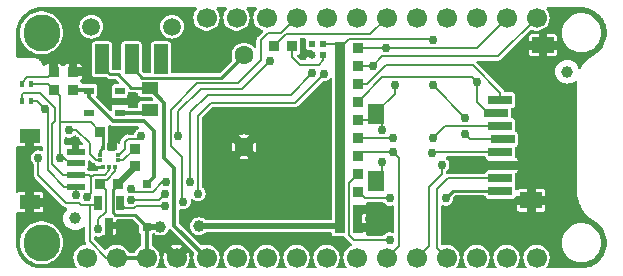
<source format=gbr>
%TF.GenerationSoftware,KiCad,Pcbnew,7.0.8*%
%TF.CreationDate,2024-01-05T08:02:46-05:00*%
%TF.ProjectId,weather-featherwing,77656174-6865-4722-9d66-656174686572,02*%
%TF.SameCoordinates,Original*%
%TF.FileFunction,Copper,L1,Top*%
%TF.FilePolarity,Positive*%
%FSLAX46Y46*%
G04 Gerber Fmt 4.6, Leading zero omitted, Abs format (unit mm)*
G04 Created by KiCad (PCBNEW 7.0.8) date 2024-01-05 08:02:46*
%MOMM*%
%LPD*%
G01*
G04 APERTURE LIST*
%TA.AperFunction,SMDPad,CuDef*%
%ADD10R,0.970000X0.871000*%
%TD*%
%TA.AperFunction,SMDPad,CuDef*%
%ADD11R,0.820000X0.929000*%
%TD*%
%TA.AperFunction,SMDPad,CuDef*%
%ADD12R,0.397000X0.350000*%
%TD*%
%TA.AperFunction,SMDPad,CuDef*%
%ADD13R,0.350000X0.397000*%
%TD*%
%TA.AperFunction,SMDPad,CuDef*%
%ADD14R,0.300000X0.500000*%
%TD*%
%TA.AperFunction,SMDPad,CuDef*%
%ADD15R,2.000000X0.800000*%
%TD*%
%TA.AperFunction,SMDPad,CuDef*%
%ADD16R,1.400000X1.800000*%
%TD*%
%TA.AperFunction,SMDPad,CuDef*%
%ADD17R,1.900000X1.400000*%
%TD*%
%TA.AperFunction,SMDPad,CuDef*%
%ADD18R,0.929000X0.820000*%
%TD*%
%TA.AperFunction,ComponentPad*%
%ADD19C,1.600000*%
%TD*%
%TA.AperFunction,SMDPad,CuDef*%
%ADD20R,1.550000X0.600000*%
%TD*%
%TA.AperFunction,SMDPad,CuDef*%
%ADD21R,1.800000X1.200000*%
%TD*%
%TA.AperFunction,SMDPad,CuDef*%
%ADD22C,1.000000*%
%TD*%
%TA.AperFunction,ComponentPad*%
%ADD23C,3.140000*%
%TD*%
%TA.AperFunction,SMDPad,CuDef*%
%ADD24R,0.871000X0.970000*%
%TD*%
%TA.AperFunction,SMDPad,CuDef*%
%ADD25R,0.790000X0.760000*%
%TD*%
%TA.AperFunction,SMDPad,CuDef*%
%ADD26R,1.465000X0.985000*%
%TD*%
%TA.AperFunction,SMDPad,CuDef*%
%ADD27R,0.550000X0.550000*%
%TD*%
%TA.AperFunction,ComponentPad*%
%ADD28C,1.500000*%
%TD*%
%TA.AperFunction,SMDPad,CuDef*%
%ADD29R,1.200000X2.500000*%
%TD*%
%TA.AperFunction,SMDPad,CuDef*%
%ADD30R,0.833000X0.609000*%
%TD*%
%TA.AperFunction,SMDPad,CuDef*%
%ADD31R,0.645000X1.173000*%
%TD*%
%TA.AperFunction,ComponentPad*%
%ADD32C,1.700000*%
%TD*%
%TA.AperFunction,ViaPad*%
%ADD33C,1.000000*%
%TD*%
%TA.AperFunction,ViaPad*%
%ADD34C,0.750000*%
%TD*%
%TA.AperFunction,Conductor*%
%ADD35C,0.500000*%
%TD*%
%TA.AperFunction,Conductor*%
%ADD36C,0.200000*%
%TD*%
%TA.AperFunction,Conductor*%
%ADD37C,0.250000*%
%TD*%
%TA.AperFunction,Conductor*%
%ADD38C,0.350000*%
%TD*%
G04 APERTURE END LIST*
D10*
%TO.P,C5,1*%
%TO.N,+3V3*%
X117856000Y-103874000D03*
%TO.P,C5,2*%
%TO.N,GND*%
X117856000Y-102374000D03*
%TD*%
D11*
%TO.P,R5,1*%
%TO.N,+3V3*%
X142120000Y-107950000D03*
%TO.P,R5,2*%
%TO.N,/MOSI*%
X143630000Y-107950000D03*
%TD*%
D12*
%TO.P,U2,1,VDD_IO*%
%TO.N,+3V3*%
X121789000Y-109376400D03*
%TO.P,U2,2,SCL*%
%TO.N,/SCL*%
X121789000Y-109876400D03*
D13*
%TO.P,U2,3,RES*%
%TO.N,GND*%
X122055000Y-110392400D03*
%TO.P,U2,4,SDA*%
%TO.N,/SDA*%
X122555000Y-110392400D03*
%TO.P,U2,5,SDO*%
%TO.N,Net-(JP1-B)*%
X123055000Y-110392400D03*
D12*
%TO.P,U2,6,CS*%
%TO.N,Net-(U2-CS)*%
X123321000Y-109876400D03*
%TO.P,U2,7,INT_DRDY*%
%TO.N,/LPS_INT*%
X123321000Y-109376400D03*
D13*
%TO.P,U2,8,GND_IO*%
%TO.N,GND*%
X123055000Y-108860400D03*
%TO.P,U2,9,GND*%
X122555000Y-108860400D03*
%TO.P,U2,10,VDD*%
%TO.N,+3V3*%
X122055000Y-108860400D03*
%TD*%
D14*
%TO.P,U3,1,SDA*%
%TO.N,/SDA*%
X115170000Y-104840000D03*
%TO.P,U3,2,SCL*%
%TO.N,/SCL*%
X115970000Y-104840000D03*
%TO.P,U3,3,VDD*%
%TO.N,+3V3*%
X115970000Y-103440000D03*
%TO.P,U3,4,VSS*%
%TO.N,GND*%
X115170000Y-103440000D03*
%TD*%
D15*
%TO.P,J3,1,DAT2*%
%TO.N,/DAT2*%
X155700000Y-104765000D03*
%TO.P,J3,2,DAT3/CD*%
%TO.N,/CS_SD*%
X155300000Y-105865000D03*
%TO.P,J3,3,CMD*%
%TO.N,/MOSI*%
X155700000Y-106965000D03*
%TO.P,J3,4,VDD*%
%TO.N,+3V3*%
X155900000Y-108065000D03*
%TO.P,J3,5,CLK*%
%TO.N,/SCK*%
X155700000Y-109165000D03*
%TO.P,J3,6,VSS*%
%TO.N,GND*%
X155900000Y-110265000D03*
%TO.P,J3,7,DAT0*%
%TO.N,/MISO*%
X155700000Y-111365000D03*
%TO.P,J3,8,DAT1*%
%TO.N,/DAT1*%
X155700000Y-112465000D03*
D16*
%TO.P,J3,9,DET*%
%TO.N,/CD*%
X145150000Y-111655000D03*
X145150000Y-105955000D03*
D17*
%TO.P,J3,10,SHIELD*%
%TO.N,GND*%
X158300000Y-113255000D03*
X159300000Y-100105000D03*
%TD*%
D18*
%TO.P,R10,1*%
%TO.N,+3V3*%
X124714000Y-110381400D03*
%TO.P,R10,2*%
%TO.N,Net-(U2-CS)*%
X124714000Y-108871400D03*
%TD*%
D11*
%TO.P,R11,1*%
%TO.N,+3V3*%
X123310000Y-111861600D03*
%TO.P,R11,2*%
%TO.N,Net-(JP1-B)*%
X121800000Y-111861600D03*
%TD*%
%TO.P,R4,1*%
%TO.N,+3V3*%
X142120000Y-109474000D03*
%TO.P,R4,2*%
%TO.N,/SCK*%
X143630000Y-109474000D03*
%TD*%
%TO.P,R2,1*%
%TO.N,+3V3*%
X142120000Y-112522000D03*
%TO.P,R2,2*%
%TO.N,/DAT1*%
X143630000Y-112522000D03*
%TD*%
D19*
%TO.P,BT1,1,+*%
%TO.N,/VBAT*%
X133985000Y-100962000D03*
%TO.P,BT1,2,-*%
%TO.N,GND*%
X133985000Y-108712000D03*
%TD*%
D20*
%TO.P,J4,1,GND*%
%TO.N,GND*%
X119730400Y-109115600D03*
%TO.P,J4,2,+3V3*%
%TO.N,+3V3*%
X119730400Y-110115600D03*
%TO.P,J4,3,SDA*%
%TO.N,/SDA*%
X119730400Y-111115600D03*
%TO.P,J4,4,SCL*%
%TO.N,/SCL*%
X119730400Y-112115600D03*
D21*
%TO.P,J4,MP,Shield*%
%TO.N,GND*%
X115855400Y-107815600D03*
X115855400Y-113415600D03*
%TD*%
D11*
%TO.P,R8,1*%
%TO.N,+3V3*%
X142120000Y-101854000D03*
%TO.P,R8,2*%
%TO.N,/SDA*%
X143630000Y-101854000D03*
%TD*%
D22*
%TO.P,FID1,*%
%TO.N,*%
X161340800Y-102362000D03*
%TD*%
D23*
%TO.P,H1,*%
%TO.N,*%
X116840000Y-99060000D03*
%TD*%
D11*
%TO.P,R12,1*%
%TO.N,/NP_DIN*%
X136532000Y-100203000D03*
%TO.P,R12,2*%
%TO.N,Net-(D2-DIN)*%
X138042000Y-100203000D03*
%TD*%
D24*
%TO.P,C2,1*%
%TO.N,+3V3*%
X142125000Y-115570000D03*
%TO.P,C2,2*%
%TO.N,GND*%
X143625000Y-115570000D03*
%TD*%
D25*
%TO.P,D1,1*%
%TO.N,Net-(U1-VOUT)*%
X125730000Y-111860000D03*
%TO.P,D1,2*%
%TO.N,+3V3*%
X125730000Y-115470000D03*
%TD*%
D10*
%TO.P,C1,1*%
%TO.N,Net-(U1-VOUT)*%
X119507000Y-103874000D03*
%TO.P,C1,2*%
%TO.N,GND*%
X119507000Y-102374000D03*
%TD*%
D11*
%TO.P,R1,1*%
%TO.N,+3V3*%
X142120000Y-106426000D03*
%TO.P,R1,2*%
%TO.N,/CD*%
X143630000Y-106426000D03*
%TD*%
D26*
%TO.P,L1,1*%
%TO.N,/VIN*%
X125984000Y-103733000D03*
%TO.P,L1,2*%
%TO.N,Net-(U1-SW)*%
X125984000Y-105563000D03*
%TD*%
D22*
%TO.P,FID2,*%
%TO.N,*%
X119684800Y-114782600D03*
%TD*%
D27*
%TO.P,D2,1,DIN*%
%TO.N,Net-(D2-DIN)*%
X140683000Y-100932000D03*
%TO.P,D2,2,VDD*%
%TO.N,+3V3*%
X140683000Y-99982000D03*
%TO.P,D2,3,DOUT*%
%TO.N,unconnected-(D2-DOUT-Pad3)*%
X139733000Y-99982000D03*
%TO.P,D2,4,GND*%
%TO.N,GND*%
X139733000Y-100932000D03*
%TD*%
D28*
%TO.P,SW1,*%
%TO.N,*%
X127890000Y-98552000D03*
X121060000Y-98552000D03*
D29*
%TO.P,SW1,1,A*%
%TO.N,unconnected-(SW1-A-Pad1)*%
X126960000Y-101302000D03*
%TO.P,SW1,2,B*%
%TO.N,/VBAT*%
X124460000Y-101302000D03*
%TO.P,SW1,3,C*%
%TO.N,/VIN*%
X121960000Y-101302000D03*
%TD*%
D24*
%TO.P,C3,1*%
%TO.N,+3V3*%
X142125000Y-114046000D03*
%TO.P,C3,2*%
%TO.N,GND*%
X143625000Y-114046000D03*
%TD*%
D11*
%TO.P,R7,1*%
%TO.N,+3V3*%
X142120000Y-103378000D03*
%TO.P,R7,2*%
%TO.N,/DAT2*%
X143630000Y-103378000D03*
%TD*%
D30*
%TO.P,U1,1,SW*%
%TO.N,Net-(U1-SW)*%
X123465000Y-105852000D03*
%TO.P,U1,2,GND*%
%TO.N,GND*%
X123465000Y-104902000D03*
%TO.P,U1,3,NC*%
%TO.N,unconnected-(U1-NC-Pad3)*%
X123465000Y-103952000D03*
%TO.P,U1,4,VOUT*%
%TO.N,Net-(U1-VOUT)*%
X120883000Y-103952000D03*
%TO.P,U1,5,NC*%
%TO.N,unconnected-(U1-NC-Pad5)*%
X120883000Y-105852000D03*
%TD*%
D23*
%TO.P,H2,*%
%TO.N,*%
X116840000Y-116840000D03*
%TD*%
D31*
%TO.P,U4,1,SCIO*%
%TO.N,/EEPROM_SCIO*%
X123505000Y-113488000D03*
%TO.P,U4,2,VCC*%
%TO.N,+3V3*%
X121605000Y-113488000D03*
%TO.P,U4,3,VSS*%
%TO.N,GND*%
X122555000Y-115366000D03*
%TD*%
D11*
%TO.P,R9,1*%
%TO.N,+3V3*%
X142120000Y-100330000D03*
%TO.P,R9,2*%
%TO.N,/SCL*%
X143630000Y-100330000D03*
%TD*%
%TO.P,R6,1*%
%TO.N,+3V3*%
X142120000Y-104902000D03*
%TO.P,R6,2*%
%TO.N,/CS_SD*%
X143630000Y-104902000D03*
%TD*%
%TO.P,R3,1*%
%TO.N,+3V3*%
X142120000Y-110998000D03*
%TO.P,R3,2*%
%TO.N,/MISO*%
X143630000Y-110998000D03*
%TD*%
D24*
%TO.P,C4,1*%
%TO.N,+3V3*%
X121805000Y-107442000D03*
%TO.P,C4,2*%
%TO.N,GND*%
X123305000Y-107442000D03*
%TD*%
D32*
%TO.P,J2,17,Pin_17*%
%TO.N,/SDA*%
X158750000Y-97790000D03*
%TO.P,J2,18,Pin_18*%
%TO.N,/SCL*%
X156210000Y-97790000D03*
%TO.P,J2,19,Pin_19*%
%TO.N,/CS_SD*%
X153670000Y-97790000D03*
%TO.P,J2,20,Pin_20*%
%TO.N,/CD*%
X151130000Y-97790000D03*
%TO.P,J2,21,Pin_21*%
%TO.N,/LPS_INT*%
X148590000Y-97790000D03*
%TO.P,J2,22,Pin_22*%
%TO.N,/NP_DIN*%
X146050000Y-97790000D03*
%TO.P,J2,23,3*%
%TO.N,/D11*%
X143510000Y-97790000D03*
%TO.P,J2,24,Pin_24*%
%TO.N,/D12*%
X140970000Y-97790000D03*
%TO.P,J2,25,Pin_25*%
%TO.N,/EEPROM_SCIO*%
X138430000Y-97790000D03*
%TO.P,J2,26,Pin_26*%
%TO.N,/USB*%
X135890000Y-97790000D03*
%TO.P,J2,27,Pin_27*%
%TO.N,/EN*%
X133350000Y-97790000D03*
%TO.P,J2,28,Pin_28*%
%TO.N,/BAT*%
X130810000Y-97790000D03*
%TD*%
%TO.P,J1,1,Pin_1*%
%TO.N,/RST*%
X120650000Y-118110000D03*
%TO.P,J1,2,Pin_2*%
%TO.N,+3V3*%
X123190000Y-118110000D03*
%TO.P,J1,3,Pin_3*%
X125730000Y-118110000D03*
%TO.P,J1,4,Pin_4*%
%TO.N,GND*%
X128270000Y-118110000D03*
%TO.P,J1,5,Pin_5*%
%TO.N,/VIN*%
X130810000Y-118110000D03*
%TO.P,J1,6,Pin_6*%
%TO.N,/A1*%
X133350000Y-118110000D03*
%TO.P,J1,7,Pin_7*%
%TO.N,/A2*%
X135890000Y-118110000D03*
%TO.P,J1,8,Pin_8*%
%TO.N,/A3*%
X138430000Y-118110000D03*
%TO.P,J1,9,Pin_9*%
%TO.N,/A4*%
X140970000Y-118110000D03*
%TO.P,J1,10,Pin_10*%
%TO.N,/A5*%
X143510000Y-118110000D03*
%TO.P,J1,11,Pin_11*%
%TO.N,/SCK*%
X146050000Y-118110000D03*
%TO.P,J1,12,Pin_12*%
%TO.N,/MOSI*%
X148590000Y-118110000D03*
%TO.P,J1,13,Pin_13*%
%TO.N,/MISO*%
X151130000Y-118110000D03*
%TO.P,J1,14,Pin_14*%
%TO.N,/RX*%
X153670000Y-118110000D03*
%TO.P,J1,15,Pin_15*%
%TO.N,/TX*%
X156210000Y-118110000D03*
%TO.P,J1,16,Pin_16*%
%TO.N,/DBG*%
X158750000Y-118110000D03*
%TD*%
D33*
%TO.N,+3V3*%
X126898400Y-115468400D03*
D34*
X152730200Y-107670600D03*
X149987000Y-103505000D03*
X152730200Y-106248200D03*
X149987000Y-99655500D03*
D33*
X130175000Y-115443000D03*
D34*
X118428900Y-109650997D03*
X116560600Y-109651800D03*
%TO.N,GND*%
X139319000Y-108712000D03*
X157480000Y-117195600D03*
X124587000Y-104902000D03*
X115850000Y-112200000D03*
X159893000Y-113030000D03*
X152374600Y-113258600D03*
X121081715Y-110435648D03*
X152374600Y-117195600D03*
X117856000Y-101346000D03*
X124409200Y-107340400D03*
X151968200Y-110312200D03*
X157607000Y-111379000D03*
X138963400Y-101015800D03*
D33*
X122174000Y-103759000D03*
D34*
X159258000Y-101473000D03*
X119507000Y-101346000D03*
X128397000Y-101854000D03*
X157607000Y-109347000D03*
X145796000Y-115443000D03*
X115850000Y-109000000D03*
X133985000Y-114046000D03*
X120650000Y-102362000D03*
X123698000Y-115417600D03*
X157607000Y-100203000D03*
X122555000Y-116586000D03*
X119735600Y-108229400D03*
X144526000Y-114808000D03*
%TO.N,/SCK*%
X146558000Y-109169200D03*
X149936200Y-109220000D03*
%TO.N,/MOSI*%
X146558000Y-107950000D03*
X149987000Y-107950000D03*
X150749000Y-110236000D03*
%TO.N,/MISO*%
X146304000Y-116586000D03*
%TO.N,/CS_SD*%
X153670000Y-103251000D03*
%TO.N,/DAT1*%
X151053800Y-113080800D03*
X146329400Y-113080800D03*
%TO.N,/CD*%
X145669000Y-109982000D03*
X145669000Y-107275500D03*
X146735800Y-103504500D03*
%TO.N,/SDA*%
X130098800Y-112674400D03*
X120705959Y-112954442D03*
X144907000Y-101854000D03*
X124409200Y-113207800D03*
X140741400Y-102539800D03*
X127330200Y-112674400D03*
%TO.N,/SCL*%
X129424300Y-111709200D03*
X127342700Y-111709200D03*
X117125056Y-105505944D03*
X145973800Y-100330000D03*
X119165500Y-107315000D03*
X139776650Y-102488550D03*
X119721614Y-112813500D03*
X124383547Y-112258644D03*
%TO.N,Net-(JP1-B)*%
X121658000Y-115697000D03*
%TO.N,/LPS_INT*%
X136144000Y-101473000D03*
X128436500Y-107772200D03*
X125281133Y-107772200D03*
%TO.N,/EEPROM_SCIO*%
X127326913Y-113750000D03*
X128854200Y-113348900D03*
%TD*%
D35*
%TO.N,+3V3*%
X141998000Y-115443000D02*
X142125000Y-115570000D01*
X130175000Y-115443000D02*
X141998000Y-115443000D01*
D36*
X118949500Y-113488500D02*
X120001209Y-113488500D01*
X120001209Y-113488500D02*
X120141651Y-113628942D01*
X116560600Y-111099600D02*
X118949500Y-113488500D01*
X116560600Y-109651800D02*
X116560600Y-111099600D01*
X120141651Y-113628942D02*
X120904000Y-113628942D01*
D37*
%TO.N,/VBAT*%
X133985000Y-100962000D02*
X132070000Y-102877000D01*
X132070000Y-102877000D02*
X125356000Y-102877000D01*
X125356000Y-102877000D02*
X124460000Y-101981000D01*
X124460000Y-101981000D02*
X124460000Y-101302000D01*
D36*
%TO.N,+3V3*%
X121464058Y-113628942D02*
X121605000Y-113488000D01*
D35*
X124714000Y-110381400D02*
X124714000Y-110457600D01*
D36*
X149897000Y-99565500D02*
X142884500Y-99565500D01*
X118491000Y-106629200D02*
X121005600Y-106629200D01*
X118427800Y-109649897D02*
X118427800Y-104445800D01*
X123190000Y-118110000D02*
X122340000Y-118110000D01*
X115970000Y-103440000D02*
X117422000Y-103440000D01*
D35*
X126898400Y-115468400D02*
X125731600Y-115468400D01*
D37*
X122000200Y-108860400D02*
X122055000Y-108860400D01*
D36*
X122340000Y-118110000D02*
X120904000Y-116674000D01*
D37*
X123102880Y-114454500D02*
X122857500Y-114209120D01*
D36*
X118428900Y-109650997D02*
X118427800Y-109649897D01*
D37*
X122857500Y-112314100D02*
X123310000Y-111861600D01*
X121789000Y-109376400D02*
X121789000Y-109071600D01*
D36*
X121805000Y-107428600D02*
X121805000Y-107442000D01*
X119231136Y-110115600D02*
X119730400Y-110115600D01*
X117422000Y-103440000D02*
X117856000Y-103874000D01*
X118427800Y-104445800D02*
X117856000Y-103874000D01*
X153124600Y-108065000D02*
X155900000Y-108065000D01*
X149987000Y-99655500D02*
X149897000Y-99565500D01*
X142884500Y-99565500D02*
X142120000Y-100330000D01*
X152730200Y-107670600D02*
X153124600Y-108065000D01*
D37*
X122055000Y-108860400D02*
X122055000Y-107692000D01*
D36*
X118766533Y-109650997D02*
X119231136Y-110115600D01*
X149987000Y-103505000D02*
X152730200Y-106248200D01*
D37*
X121789000Y-109071600D02*
X122000200Y-108860400D01*
X122055000Y-107692000D02*
X121805000Y-107442000D01*
X124714500Y-114454500D02*
X123102880Y-114454500D01*
D36*
X140683000Y-99982000D02*
X141772000Y-99982000D01*
X120904000Y-116674000D02*
X120904000Y-113628942D01*
X141772000Y-99982000D02*
X142120000Y-100330000D01*
D38*
X125730000Y-118110000D02*
X123190000Y-118110000D01*
D36*
X121605000Y-113649800D02*
X121605000Y-113488000D01*
X120904000Y-113628942D02*
X121464058Y-113628942D01*
D37*
X121605000Y-113756400D02*
X121605000Y-113488000D01*
D36*
X119730400Y-110115600D02*
X119729000Y-110117000D01*
D37*
X122857500Y-114209120D02*
X122857500Y-112314100D01*
D36*
X118428900Y-109650997D02*
X118766533Y-109650997D01*
D38*
X125730000Y-118110000D02*
X125730000Y-115470000D01*
D35*
X124714000Y-110457600D02*
X123310000Y-111861600D01*
X125731600Y-115468400D02*
X125730000Y-115470000D01*
D37*
X125730000Y-115470000D02*
X124714500Y-114454500D01*
D36*
X121005600Y-106629200D02*
X121805000Y-107428600D01*
D38*
%TO.N,Net-(U1-VOUT)*%
X122914670Y-106553000D02*
X125501400Y-106553000D01*
X120805000Y-103874000D02*
X120883000Y-103952000D01*
X119507000Y-103874000D02*
X120805000Y-103874000D01*
X126339600Y-107391200D02*
X126339600Y-111250400D01*
X120883000Y-104521330D02*
X122914670Y-106553000D01*
X120883000Y-103952000D02*
X120883000Y-104521330D01*
X126339600Y-111250400D02*
X125730000Y-111860000D01*
X125501400Y-106553000D02*
X126339600Y-107391200D01*
D36*
%TO.N,GND*%
X121081715Y-110435648D02*
X121124963Y-110392400D01*
X115170000Y-103320800D02*
X115646200Y-102844600D01*
X121124963Y-110392400D02*
X122055000Y-110392400D01*
D35*
X124409200Y-107340400D02*
X123406600Y-107340400D01*
D36*
X115855400Y-108994600D02*
X115850000Y-109000000D01*
X138963400Y-101015800D02*
X139649200Y-101015800D01*
X117385400Y-102844600D02*
X117856000Y-102374000D01*
X115855400Y-112205400D02*
X115850000Y-112200000D01*
D35*
X123406600Y-107340400D02*
X123305000Y-107442000D01*
D36*
X115646200Y-102844600D02*
X117385400Y-102844600D01*
X139649200Y-101015800D02*
X139733000Y-100932000D01*
X115170000Y-103440000D02*
X115170000Y-103320800D01*
X122555000Y-108860400D02*
X123055000Y-108860400D01*
%TO.N,Net-(D2-DIN)*%
X138684000Y-101752400D02*
X140309600Y-101752400D01*
X140309600Y-101752400D02*
X140683000Y-101379000D01*
X140683000Y-101379000D02*
X140683000Y-100932000D01*
X138169000Y-100203000D02*
X138169000Y-100457000D01*
X138042000Y-100203000D02*
X138042000Y-101110400D01*
X138042000Y-101110400D02*
X138684000Y-101752400D01*
D37*
%TO.N,/VIN*%
X121960000Y-101919400D02*
X122631200Y-102590600D01*
X122631200Y-102590600D02*
X123284220Y-102590600D01*
D38*
X127228600Y-104977600D02*
X127228600Y-109677200D01*
X125984000Y-103733000D02*
X127228600Y-104977600D01*
X127228600Y-109677200D02*
X128092200Y-110540800D01*
D37*
X124426620Y-103733000D02*
X125984000Y-103733000D01*
X121960000Y-101302000D02*
X121960000Y-101919400D01*
X123284220Y-102590600D02*
X124426620Y-103733000D01*
D38*
X128092200Y-110540800D02*
X128092200Y-115392200D01*
D37*
X121960000Y-101302000D02*
X121995620Y-101302000D01*
D38*
X128092200Y-115392200D02*
X130810000Y-118110000D01*
D36*
%TO.N,/SCK*%
X143934800Y-109169200D02*
X143884000Y-109220000D01*
X146558000Y-109169200D02*
X147066000Y-109677200D01*
X147066000Y-117094000D02*
X146050000Y-118110000D01*
X143884000Y-109220000D02*
X143884000Y-109474000D01*
X147066000Y-109677200D02*
X147066000Y-117094000D01*
X149991200Y-109165000D02*
X155700000Y-109165000D01*
X146558000Y-109169200D02*
X143934800Y-109169200D01*
X149936200Y-109220000D02*
X149991200Y-109165000D01*
%TO.N,/MOSI*%
X143630000Y-107950000D02*
X146558000Y-107950000D01*
X150749000Y-110998000D02*
X149606000Y-112141000D01*
X149606000Y-117094000D02*
X148590000Y-118110000D01*
X149606000Y-112141000D02*
X149606000Y-117094000D01*
X149987000Y-107950000D02*
X150972000Y-106965000D01*
X150972000Y-106965000D02*
X155700000Y-106965000D01*
X150749000Y-110236000D02*
X150749000Y-110998000D01*
%TO.N,/MISO*%
X142875000Y-116205000D02*
X142875000Y-111753000D01*
X143256000Y-116586000D02*
X142875000Y-116205000D01*
X150317200Y-117297200D02*
X150317200Y-112293400D01*
X146304000Y-116586000D02*
X143256000Y-116586000D01*
X150317200Y-112293400D02*
X151245600Y-111365000D01*
X151130000Y-118110000D02*
X150317200Y-117297200D01*
X151245600Y-111365000D02*
X155700000Y-111365000D01*
X142875000Y-111753000D02*
X143630000Y-110998000D01*
%TO.N,/DAT2*%
X144392000Y-103378000D02*
X143630000Y-103378000D01*
X153365200Y-101803200D02*
X145966800Y-101803200D01*
X155700000Y-104765000D02*
X155700000Y-104138000D01*
X155700000Y-104138000D02*
X153365200Y-101803200D01*
X145966800Y-101803200D02*
X144392000Y-103378000D01*
%TO.N,/CS_SD*%
X145709000Y-102830000D02*
X153249000Y-102830000D01*
X153249000Y-102830000D02*
X153670000Y-103251000D01*
X143884000Y-104902000D02*
X143884000Y-104655000D01*
X153670000Y-104902000D02*
X154633000Y-105865000D01*
X143884000Y-104655000D02*
X145709000Y-102830000D01*
X153670000Y-103251000D02*
X153670000Y-104902000D01*
X154633000Y-105865000D02*
X155300000Y-105865000D01*
D37*
%TO.N,/DAT1*%
X151053800Y-113080800D02*
X151669600Y-112465000D01*
D36*
X144188800Y-113080800D02*
X146329400Y-113080800D01*
X143630000Y-112522000D02*
X144188800Y-113080800D01*
D37*
X151669600Y-112465000D02*
X155700000Y-112465000D01*
D36*
%TO.N,/CD*%
X145669000Y-107275500D02*
X145669000Y-106474000D01*
X145150000Y-105955000D02*
X145150000Y-105802000D01*
X145669000Y-106474000D02*
X145150000Y-105955000D01*
X143630000Y-106426000D02*
X144679000Y-106426000D01*
X144679000Y-106426000D02*
X145150000Y-105955000D01*
X145150000Y-105802000D02*
X146735800Y-104216200D01*
X145669000Y-109982000D02*
X145669000Y-111136000D01*
X146735800Y-104216200D02*
X146735800Y-103504500D01*
X145669000Y-111136000D02*
X145150000Y-111655000D01*
%TO.N,/SDA*%
X124409200Y-113207800D02*
X126796800Y-113207800D01*
X122555000Y-110718600D02*
X122555000Y-110392400D01*
X115170000Y-104840000D02*
X115170000Y-104286000D01*
X117983000Y-106547195D02*
X117754400Y-106775795D01*
X130098800Y-106070400D02*
X130098800Y-112674400D01*
X121005600Y-112654801D02*
X121005600Y-111302800D01*
X144907000Y-101854000D02*
X143630000Y-101854000D01*
X118686200Y-111117000D02*
X120819800Y-111117000D01*
X121047200Y-111302800D02*
X121252900Y-111097100D01*
X116713707Y-104140000D02*
X117983000Y-105409293D01*
X117754400Y-106775795D02*
X117754400Y-110185200D01*
X120705959Y-112954442D02*
X121005600Y-112654801D01*
X120819800Y-111117000D02*
X121005600Y-111302800D01*
X117983000Y-105409293D02*
X117983000Y-106547195D01*
X115316000Y-104140000D02*
X116713707Y-104140000D01*
X144907000Y-101854000D02*
X145694400Y-101066600D01*
X131191000Y-104978200D02*
X130098800Y-106070400D01*
X138303000Y-104978200D02*
X131191000Y-104978200D01*
X145694400Y-101066600D02*
X155473400Y-101066600D01*
X121005600Y-111302800D02*
X121047200Y-111302800D01*
X121252900Y-111097100D02*
X122176500Y-111097100D01*
X155473400Y-101066600D02*
X158750000Y-97790000D01*
X115170000Y-104286000D02*
X115316000Y-104140000D01*
X140741400Y-102539800D02*
X138303000Y-104978200D01*
X117754400Y-110185200D02*
X118686200Y-111117000D01*
X122176500Y-111097100D02*
X122555000Y-110718600D01*
X126796800Y-113207800D02*
X127330200Y-112674400D01*
%TO.N,/SCL*%
X119729000Y-112806114D02*
X119721614Y-112813500D01*
X119165500Y-107315000D02*
X119786400Y-107315000D01*
X145973800Y-100330000D02*
X143630000Y-100330000D01*
X119786400Y-107315000D02*
X120904000Y-108432600D01*
X137960200Y-104305000D02*
X130899000Y-104305000D01*
X117348000Y-110718600D02*
X118746400Y-112117000D01*
X119730400Y-112115600D02*
X119729000Y-112117000D01*
X117125056Y-105505944D02*
X117348000Y-105728888D01*
X119729000Y-112117000D02*
X120194200Y-112117000D01*
X121458800Y-109876400D02*
X121789000Y-109876400D01*
X130899000Y-104305000D02*
X129424300Y-105779700D01*
X145973800Y-100330000D02*
X153670000Y-100330000D01*
X117125056Y-105505944D02*
X116459112Y-104840000D01*
X127080064Y-111709200D02*
X126249264Y-112540000D01*
X116459112Y-104840000D02*
X115970000Y-104840000D01*
X129424300Y-105779700D02*
X129424300Y-111709200D01*
X117348000Y-105728888D02*
X117348000Y-110718600D01*
X153670000Y-100330000D02*
X156210000Y-97790000D01*
X126249264Y-112540000D02*
X124664903Y-112540000D01*
X127342700Y-111709200D02*
X127080064Y-111709200D01*
X124664903Y-112540000D02*
X124383547Y-112258644D01*
X119729000Y-112117000D02*
X119729000Y-112806114D01*
X118746400Y-112117000D02*
X119729000Y-112117000D01*
X120904000Y-108432600D02*
X120904000Y-109321600D01*
X120904000Y-109321600D02*
X121458800Y-109876400D01*
X139776650Y-102488550D02*
X137960200Y-104305000D01*
%TO.N,Net-(JP1-B)*%
X121658000Y-115697000D02*
X121658000Y-114841400D01*
X122275600Y-114223800D02*
X122275600Y-112337200D01*
X122275600Y-112337200D02*
X121800000Y-111861600D01*
X122362625Y-111497100D02*
X123055000Y-110804725D01*
X121658000Y-114841400D02*
X122275600Y-114223800D01*
X123055000Y-110804725D02*
X123055000Y-110392400D01*
X122164500Y-111497100D02*
X122362625Y-111497100D01*
X121800000Y-111861600D02*
X122164500Y-111497100D01*
D38*
%TO.N,Net-(U1-SW)*%
X125695000Y-105852000D02*
X125984000Y-105563000D01*
X123465000Y-105852000D02*
X125695000Y-105852000D01*
D36*
%TO.N,Net-(U2-CS)*%
X123709000Y-109876400D02*
X124714000Y-108871400D01*
X123321000Y-109876400D02*
X123709000Y-109876400D01*
%TO.N,/NP_DIN*%
X137569500Y-99165500D02*
X136532000Y-100203000D01*
X146050000Y-97790000D02*
X144674500Y-99165500D01*
X144674500Y-99165500D02*
X137569500Y-99165500D01*
%TO.N,/LPS_INT*%
X133807200Y-103809800D02*
X136144000Y-101473000D01*
X123875800Y-108915200D02*
X123414600Y-109376400D01*
X125027133Y-108026200D02*
X124129800Y-108026200D01*
X123414600Y-109376400D02*
X123321000Y-109376400D01*
X123875800Y-108280200D02*
X123875800Y-108915200D01*
X130302000Y-103809800D02*
X133807200Y-103809800D01*
X128436500Y-107772200D02*
X128436500Y-105675300D01*
X148336000Y-97790000D02*
X148590000Y-97790000D01*
X125281133Y-107772200D02*
X125027133Y-108026200D01*
X124129800Y-108026200D02*
X123875800Y-108280200D01*
X128436500Y-105675300D02*
X130302000Y-103809800D01*
%TO.N,/EEPROM_SCIO*%
X127326913Y-113750000D02*
X124821595Y-113750000D01*
X124821595Y-113750000D02*
X124688795Y-113882800D01*
X135382000Y-99695000D02*
X136017000Y-99060000D01*
X124688795Y-113882800D02*
X123899800Y-113882800D01*
X137109314Y-99060000D02*
X138379314Y-97790000D01*
X135382000Y-101396800D02*
X135382000Y-99695000D01*
X129997200Y-103327200D02*
X133451600Y-103327200D01*
X128854200Y-113348900D02*
X128749300Y-113244000D01*
X136017000Y-99060000D02*
X137109314Y-99060000D01*
X127762000Y-105562400D02*
X129997200Y-103327200D01*
X128749300Y-109623100D02*
X127762000Y-108635800D01*
X128749300Y-113244000D02*
X128749300Y-109623100D01*
X127762000Y-108635800D02*
X127762000Y-105562400D01*
X138379314Y-97790000D02*
X138430000Y-97790000D01*
X133451600Y-103327200D02*
X135382000Y-101396800D01*
X123899800Y-113882800D02*
X123505000Y-113488000D01*
%TD*%
%TA.AperFunction,Conductor*%
%TO.N,GND*%
G36*
X123230000Y-108661900D02*
G01*
X123230000Y-109000900D01*
X123102752Y-109000900D01*
X123079488Y-109005527D01*
X123044271Y-109012532D01*
X123044267Y-109012534D01*
X122977949Y-109056846D01*
X122977946Y-109056849D01*
X122976576Y-109058900D01*
X122430500Y-109058900D01*
X122430500Y-108642152D01*
X122418867Y-108583669D01*
X122396809Y-108550657D01*
X122430000Y-108331000D01*
X123230000Y-108331000D01*
X123230000Y-108661900D01*
G37*
%TD.AperFunction*%
%TD*%
%TA.AperFunction,Conductor*%
%TO.N,GND*%
G36*
X116173439Y-107460285D02*
G01*
X116219194Y-107513089D01*
X116230400Y-107564600D01*
X116230400Y-108665600D01*
X116780026Y-108665600D01*
X116780028Y-108665599D01*
X116849309Y-108651819D01*
X116918900Y-108658046D01*
X116974078Y-108700909D01*
X116997322Y-108766799D01*
X116997500Y-108773436D01*
X116997500Y-108969566D01*
X116977815Y-109036605D01*
X116925011Y-109082360D01*
X116855853Y-109092304D01*
X116815876Y-109079364D01*
X116784034Y-109062652D01*
X116703484Y-109042798D01*
X116636550Y-109026300D01*
X116636549Y-109026300D01*
X116484651Y-109026300D01*
X116484650Y-109026300D01*
X116337167Y-109062651D01*
X116202667Y-109133242D01*
X116202666Y-109133243D01*
X116089875Y-109233167D01*
X116088967Y-109233971D01*
X116002680Y-109358979D01*
X116002679Y-109358980D01*
X115948815Y-109501008D01*
X115945185Y-109530906D01*
X115930506Y-109651800D01*
X115948815Y-109802591D01*
X116002679Y-109944619D01*
X116088968Y-110069630D01*
X116168327Y-110139936D01*
X116205454Y-110199125D01*
X116210100Y-110232751D01*
X116210100Y-111050388D01*
X116207461Y-111075832D01*
X116205557Y-111084911D01*
X116205557Y-111084917D01*
X116209623Y-111117537D01*
X116210100Y-111125214D01*
X116210100Y-111128638D01*
X116213687Y-111150141D01*
X116220027Y-111200993D01*
X116222120Y-111208026D01*
X116224508Y-111214981D01*
X116248895Y-111260044D01*
X116271401Y-111306083D01*
X116275665Y-111312055D01*
X116280180Y-111317856D01*
X116317875Y-111352558D01*
X118666860Y-113701541D01*
X118682984Y-113721396D01*
X118688063Y-113729169D01*
X118714009Y-113749363D01*
X118719772Y-113754453D01*
X118722194Y-113756875D01*
X118722195Y-113756876D01*
X118739929Y-113769537D01*
X118780375Y-113801018D01*
X118786795Y-113804492D01*
X118786844Y-113804516D01*
X118786890Y-113804541D01*
X118793432Y-113807739D01*
X118793433Y-113807739D01*
X118793434Y-113807740D01*
X118799934Y-113809675D01*
X118842545Y-113822362D01*
X118891006Y-113838998D01*
X118891012Y-113839000D01*
X118891018Y-113839000D01*
X118898268Y-113840210D01*
X118915742Y-113842388D01*
X118915530Y-113844087D01*
X118916116Y-113844266D01*
X118916070Y-113844414D01*
X118971016Y-113858102D01*
X119018920Y-113908964D01*
X119031722Y-113977651D01*
X119005356Y-114042355D01*
X118987028Y-114060955D01*
X118973917Y-114071715D01*
X118848890Y-114224060D01*
X118848886Y-114224067D01*
X118755988Y-114397866D01*
X118698775Y-114586470D01*
X118679459Y-114782600D01*
X118698775Y-114978729D01*
X118698776Y-114978732D01*
X118738627Y-115110104D01*
X118755988Y-115167333D01*
X118848886Y-115341132D01*
X118848890Y-115341139D01*
X118973916Y-115493483D01*
X119126260Y-115618509D01*
X119126267Y-115618513D01*
X119300066Y-115711411D01*
X119300069Y-115711411D01*
X119300073Y-115711414D01*
X119488668Y-115768624D01*
X119684800Y-115787941D01*
X119880932Y-115768624D01*
X120069527Y-115711414D01*
X120243338Y-115618510D01*
X120350835Y-115530288D01*
X120415145Y-115502976D01*
X120484012Y-115514767D01*
X120535572Y-115561919D01*
X120553500Y-115626142D01*
X120553500Y-116624788D01*
X120550861Y-116650232D01*
X120548957Y-116659311D01*
X120548957Y-116659317D01*
X120553023Y-116691937D01*
X120553500Y-116699614D01*
X120553500Y-116703038D01*
X120557087Y-116724541D01*
X120563427Y-116775393D01*
X120565520Y-116782426D01*
X120567908Y-116789381D01*
X120591709Y-116833362D01*
X120592294Y-116834442D01*
X120595426Y-116840849D01*
X120607188Y-116909722D01*
X120579848Y-116974020D01*
X120522085Y-117013330D01*
X120506814Y-117017203D01*
X120415949Y-117034189D01*
X120347544Y-117046976D01*
X120347542Y-117046976D01*
X120347540Y-117046977D01*
X120157364Y-117120651D01*
X120157357Y-117120655D01*
X119983960Y-117228017D01*
X119983958Y-117228019D01*
X119833237Y-117365418D01*
X119710327Y-117528178D01*
X119619422Y-117710739D01*
X119619417Y-117710752D01*
X119563602Y-117906917D01*
X119544785Y-118109999D01*
X119544785Y-118110000D01*
X119563602Y-118313082D01*
X119619417Y-118509247D01*
X119619422Y-118509260D01*
X119694731Y-118660500D01*
X119710327Y-118691821D01*
X119791849Y-118799774D01*
X119816541Y-118865134D01*
X119801976Y-118933469D01*
X119752779Y-118983081D01*
X119692895Y-118998500D01*
X116841878Y-118998500D01*
X116838133Y-118998387D01*
X116583567Y-118982988D01*
X116576128Y-118982084D01*
X116358727Y-118942245D01*
X116327122Y-118936453D01*
X116319849Y-118934660D01*
X116292093Y-118926011D01*
X116078170Y-118859350D01*
X116071168Y-118856694D01*
X115840317Y-118752797D01*
X115833681Y-118749314D01*
X115617038Y-118618348D01*
X115610871Y-118614091D01*
X115517133Y-118540652D01*
X115411595Y-118457967D01*
X115406005Y-118453015D01*
X115226983Y-118273993D01*
X115222033Y-118268405D01*
X115065907Y-118069127D01*
X115061651Y-118062961D01*
X114930685Y-117846318D01*
X114927202Y-117839682D01*
X114915520Y-117813726D01*
X114878318Y-117731066D01*
X114823305Y-117608831D01*
X114820652Y-117601838D01*
X114745336Y-117360138D01*
X114743548Y-117352889D01*
X114700183Y-117116248D01*
X114697915Y-117103871D01*
X114697011Y-117096432D01*
X114696761Y-117092305D01*
X114681915Y-116846860D01*
X114681613Y-116841866D01*
X114681557Y-116840004D01*
X115014395Y-116840004D01*
X115034783Y-117112082D01*
X115034783Y-117112084D01*
X115090584Y-117356563D01*
X115095502Y-117378107D01*
X115195187Y-117632100D01*
X115331614Y-117868400D01*
X115501737Y-118081727D01*
X115701754Y-118267315D01*
X115927198Y-118421020D01*
X116173032Y-118539408D01*
X116433765Y-118619833D01*
X116433766Y-118619833D01*
X116433769Y-118619834D01*
X116703564Y-118660499D01*
X116703569Y-118660499D01*
X116703572Y-118660500D01*
X116703573Y-118660500D01*
X116976427Y-118660500D01*
X116976428Y-118660500D01*
X116976435Y-118660499D01*
X117246230Y-118619834D01*
X117246231Y-118619833D01*
X117246235Y-118619833D01*
X117506968Y-118539408D01*
X117752803Y-118421020D01*
X117978246Y-118267315D01*
X118178263Y-118081727D01*
X118348386Y-117868400D01*
X118484813Y-117632100D01*
X118584498Y-117378107D01*
X118645215Y-117112092D01*
X118645248Y-117111649D01*
X118665605Y-116840004D01*
X118665605Y-116839995D01*
X118645216Y-116567917D01*
X118645216Y-116567915D01*
X118645215Y-116567911D01*
X118645215Y-116567908D01*
X118584498Y-116301893D01*
X118484813Y-116047900D01*
X118348386Y-115811600D01*
X118178263Y-115598273D01*
X117978246Y-115412685D01*
X117752803Y-115258980D01*
X117752797Y-115258977D01*
X117752796Y-115258976D01*
X117752794Y-115258975D01*
X117506970Y-115140593D01*
X117506972Y-115140593D01*
X117246236Y-115060167D01*
X117246230Y-115060165D01*
X116976435Y-115019500D01*
X116976428Y-115019500D01*
X116703572Y-115019500D01*
X116703564Y-115019500D01*
X116433769Y-115060165D01*
X116433763Y-115060167D01*
X116173031Y-115140592D01*
X115927202Y-115258977D01*
X115701753Y-115412685D01*
X115501739Y-115598271D01*
X115501737Y-115598273D01*
X115331614Y-115811600D01*
X115195187Y-116047899D01*
X115095504Y-116301887D01*
X115095499Y-116301904D01*
X115034783Y-116567915D01*
X115034783Y-116567917D01*
X115014395Y-116839995D01*
X115014395Y-116840004D01*
X114681557Y-116840004D01*
X114681500Y-116838122D01*
X114681500Y-114363625D01*
X114701185Y-114296586D01*
X114753989Y-114250831D01*
X114823147Y-114240887D01*
X114852959Y-114249066D01*
X114857861Y-114251097D01*
X114930771Y-114265599D01*
X114930774Y-114265600D01*
X115480400Y-114265600D01*
X115480400Y-113790600D01*
X116230400Y-113790600D01*
X116230400Y-114265600D01*
X116780026Y-114265600D01*
X116780028Y-114265599D01*
X116852940Y-114251096D01*
X116852944Y-114251094D01*
X116935639Y-114195839D01*
X116990894Y-114113144D01*
X116990896Y-114113140D01*
X117005399Y-114040228D01*
X117005400Y-114040226D01*
X117005400Y-113790600D01*
X116230400Y-113790600D01*
X115480400Y-113790600D01*
X115480400Y-112565600D01*
X116230400Y-112565600D01*
X116230400Y-113040600D01*
X117005400Y-113040600D01*
X117005400Y-112790973D01*
X117005399Y-112790971D01*
X116990896Y-112718059D01*
X116990894Y-112718055D01*
X116935639Y-112635360D01*
X116852944Y-112580105D01*
X116852940Y-112580103D01*
X116780027Y-112565600D01*
X116230400Y-112565600D01*
X115480400Y-112565600D01*
X114930773Y-112565600D01*
X114857854Y-112580104D01*
X114852952Y-112582135D01*
X114783483Y-112589604D01*
X114721004Y-112558329D01*
X114685352Y-112498240D01*
X114681500Y-112467574D01*
X114681500Y-108763625D01*
X114701185Y-108696586D01*
X114753989Y-108650831D01*
X114823147Y-108640887D01*
X114852959Y-108649066D01*
X114857861Y-108651097D01*
X114930771Y-108665599D01*
X114930774Y-108665600D01*
X115480400Y-108665600D01*
X115480400Y-107564600D01*
X115500085Y-107497561D01*
X115552889Y-107451806D01*
X115604400Y-107440600D01*
X116106400Y-107440600D01*
X116173439Y-107460285D01*
G37*
%TD.AperFunction*%
%TA.AperFunction,Conductor*%
G36*
X127769688Y-115679583D02*
G01*
X127800177Y-115701925D01*
X129734443Y-117636191D01*
X129767928Y-117697514D01*
X129766029Y-117757806D01*
X129723602Y-117906921D01*
X129704785Y-118109999D01*
X129704785Y-118110000D01*
X129723602Y-118313082D01*
X129779417Y-118509247D01*
X129779422Y-118509260D01*
X129854731Y-118660500D01*
X129870327Y-118691821D01*
X129951849Y-118799774D01*
X129976541Y-118865134D01*
X129961976Y-118933469D01*
X129912779Y-118983081D01*
X129852895Y-118998500D01*
X129226478Y-118998500D01*
X129159439Y-118978815D01*
X129113684Y-118926011D01*
X129103740Y-118856853D01*
X129127524Y-118799773D01*
X129209245Y-118691556D01*
X129300113Y-118509069D01*
X129300116Y-118509063D01*
X129355902Y-118312992D01*
X129355903Y-118312989D01*
X129374713Y-118110000D01*
X129374713Y-118109999D01*
X129355903Y-117907010D01*
X129355902Y-117907007D01*
X129300116Y-117710936D01*
X129300113Y-117710930D01*
X129266633Y-117643694D01*
X128822824Y-118087503D01*
X128823877Y-118072114D01*
X128793116Y-117924085D01*
X128723558Y-117789844D01*
X128620362Y-117679348D01*
X128491181Y-117600791D01*
X128345596Y-117560000D01*
X128289671Y-117560000D01*
X128738018Y-117111650D01*
X128738018Y-117111649D01*
X128572323Y-117047460D01*
X128572320Y-117047459D01*
X128371928Y-117010000D01*
X128168072Y-117010000D01*
X127967679Y-117047459D01*
X127967676Y-117047460D01*
X127801980Y-117111649D01*
X127801980Y-117111650D01*
X128250330Y-117560000D01*
X128232378Y-117560000D01*
X128120217Y-117575416D01*
X127981542Y-117635651D01*
X127864261Y-117731066D01*
X127777072Y-117854585D01*
X127726441Y-117997047D01*
X127720056Y-118090385D01*
X127273365Y-117643694D01*
X127239888Y-117710927D01*
X127239881Y-117710943D01*
X127184097Y-117907007D01*
X127184096Y-117907010D01*
X127165287Y-118109999D01*
X127165287Y-118110000D01*
X127184096Y-118312989D01*
X127184097Y-118312992D01*
X127239883Y-118509063D01*
X127239886Y-118509069D01*
X127330754Y-118691556D01*
X127412476Y-118799773D01*
X127437168Y-118865134D01*
X127422603Y-118933469D01*
X127373406Y-118983081D01*
X127313522Y-118998500D01*
X126687105Y-118998500D01*
X126620066Y-118978815D01*
X126574311Y-118926011D01*
X126564367Y-118856853D01*
X126588150Y-118799774D01*
X126669673Y-118691821D01*
X126760582Y-118509250D01*
X126816397Y-118313083D01*
X126835215Y-118110000D01*
X126831153Y-118066168D01*
X126816397Y-117906917D01*
X126805438Y-117868400D01*
X126760582Y-117710750D01*
X126753991Y-117697514D01*
X126680617Y-117550158D01*
X126669673Y-117528179D01*
X126556335Y-117378095D01*
X126546762Y-117365418D01*
X126396041Y-117228019D01*
X126396039Y-117228017D01*
X126217763Y-117117634D01*
X126218620Y-117116248D01*
X126172987Y-117073934D01*
X126155500Y-117010444D01*
X126155500Y-116196672D01*
X126175185Y-116129633D01*
X126214476Y-116095586D01*
X126212583Y-116092753D01*
X126232157Y-116079674D01*
X126277291Y-116049516D01*
X126343964Y-116028639D01*
X126411345Y-116047123D01*
X126423495Y-116055674D01*
X126427504Y-116058871D01*
X126427510Y-116058877D01*
X126427516Y-116058881D01*
X126427519Y-116058883D01*
X126570702Y-116148852D01*
X126570705Y-116148854D01*
X126570709Y-116148855D01*
X126570710Y-116148856D01*
X126643313Y-116174260D01*
X126730343Y-116204714D01*
X126898397Y-116223649D01*
X126898400Y-116223649D01*
X126898403Y-116223649D01*
X127066456Y-116204714D01*
X127102099Y-116192242D01*
X127226090Y-116148856D01*
X127226092Y-116148854D01*
X127226094Y-116148854D01*
X127226097Y-116148852D01*
X127369284Y-116058881D01*
X127369285Y-116058880D01*
X127369290Y-116058877D01*
X127488877Y-115939290D01*
X127519575Y-115890435D01*
X127578852Y-115796097D01*
X127578857Y-115796087D01*
X127587744Y-115770690D01*
X127595454Y-115748652D01*
X127636174Y-115691877D01*
X127701126Y-115666128D01*
X127769688Y-115679583D01*
G37*
%TD.AperFunction*%
%TA.AperFunction,Conductor*%
G36*
X141414746Y-102914746D02*
G01*
X141450564Y-102974737D01*
X141454500Y-103005733D01*
X141454500Y-109933943D01*
X141434000Y-110508443D01*
X141434000Y-111487557D01*
X141454500Y-112062057D01*
X141454500Y-113446191D01*
X141452117Y-113470383D01*
X141439000Y-113536323D01*
X141439000Y-114555674D01*
X141447818Y-114600010D01*
X141450121Y-114628620D01*
X141446678Y-114725138D01*
X141443573Y-114812170D01*
X141443189Y-114822921D01*
X141421127Y-114889216D01*
X141366725Y-114933059D01*
X141319268Y-114942500D01*
X130787229Y-114942500D01*
X130720190Y-114922815D01*
X130699548Y-114906181D01*
X130645890Y-114852523D01*
X130645884Y-114852518D01*
X130502697Y-114762547D01*
X130502694Y-114762545D01*
X130343056Y-114706685D01*
X130175003Y-114687751D01*
X130174997Y-114687751D01*
X130006943Y-114706685D01*
X129847305Y-114762545D01*
X129847302Y-114762547D01*
X129704115Y-114852518D01*
X129704109Y-114852523D01*
X129584523Y-114972109D01*
X129584518Y-114972115D01*
X129494547Y-115115302D01*
X129494545Y-115115305D01*
X129438685Y-115274943D01*
X129419751Y-115442997D01*
X129419751Y-115443002D01*
X129438685Y-115611056D01*
X129494545Y-115770694D01*
X129494547Y-115770697D01*
X129584518Y-115913884D01*
X129584523Y-115913890D01*
X129704109Y-116033476D01*
X129704115Y-116033481D01*
X129847302Y-116123452D01*
X129847305Y-116123454D01*
X129847309Y-116123455D01*
X129847310Y-116123456D01*
X129919888Y-116148852D01*
X130006943Y-116179314D01*
X130174997Y-116198249D01*
X130175000Y-116198249D01*
X130175003Y-116198249D01*
X130343056Y-116179314D01*
X130374904Y-116168170D01*
X130502690Y-116123456D01*
X130502692Y-116123454D01*
X130502694Y-116123454D01*
X130502697Y-116123452D01*
X130645884Y-116033481D01*
X130645885Y-116033480D01*
X130645890Y-116033477D01*
X130699548Y-115979819D01*
X130760871Y-115946334D01*
X130787229Y-115943500D01*
X141312345Y-115943500D01*
X141379384Y-115963185D01*
X141425139Y-116015989D01*
X141433964Y-116043315D01*
X141434000Y-116043496D01*
X141434000Y-116043500D01*
X141436619Y-116056666D01*
X141438288Y-116073625D01*
X141438403Y-116073614D01*
X141439000Y-116079678D01*
X141453532Y-116152735D01*
X141453533Y-116152739D01*
X141453534Y-116152740D01*
X141508899Y-116235601D01*
X141580571Y-116283490D01*
X141591760Y-116290966D01*
X141591764Y-116290967D01*
X141646748Y-116301904D01*
X141664826Y-116305500D01*
X141664831Y-116305500D01*
X141670886Y-116306097D01*
X141670874Y-116306211D01*
X141687836Y-116307881D01*
X141701000Y-116310500D01*
X141701001Y-116310500D01*
X142459030Y-116310500D01*
X142526069Y-116330185D01*
X142570429Y-116380038D01*
X142585802Y-116411484D01*
X142585803Y-116411485D01*
X142585804Y-116411487D01*
X142590065Y-116417455D01*
X142594580Y-116423256D01*
X142632275Y-116457958D01*
X142973362Y-116799044D01*
X142989489Y-116818902D01*
X142994563Y-116826669D01*
X142994565Y-116826671D01*
X143020505Y-116846860D01*
X143026268Y-116851950D01*
X143028693Y-116854375D01*
X143028695Y-116854377D01*
X143046437Y-116867044D01*
X143081622Y-116894430D01*
X143122435Y-116951140D01*
X143126110Y-117020913D01*
X143091478Y-117081596D01*
X143050255Y-117107909D01*
X143017370Y-117120648D01*
X143017357Y-117120655D01*
X142843960Y-117228017D01*
X142843958Y-117228019D01*
X142693237Y-117365418D01*
X142570327Y-117528178D01*
X142479422Y-117710739D01*
X142479417Y-117710752D01*
X142423602Y-117906917D01*
X142404785Y-118109999D01*
X142404785Y-118110000D01*
X142423602Y-118313082D01*
X142479417Y-118509247D01*
X142479422Y-118509260D01*
X142554731Y-118660500D01*
X142570327Y-118691821D01*
X142651849Y-118799774D01*
X142676541Y-118865134D01*
X142661976Y-118933469D01*
X142612779Y-118983081D01*
X142552895Y-118998500D01*
X141927105Y-118998500D01*
X141860066Y-118978815D01*
X141814311Y-118926011D01*
X141804367Y-118856853D01*
X141828150Y-118799774D01*
X141909673Y-118691821D01*
X142000582Y-118509250D01*
X142056397Y-118313083D01*
X142075215Y-118110000D01*
X142071153Y-118066168D01*
X142056397Y-117906917D01*
X142045438Y-117868400D01*
X142000582Y-117710750D01*
X141993991Y-117697514D01*
X141920617Y-117550158D01*
X141909673Y-117528179D01*
X141796335Y-117378095D01*
X141786762Y-117365418D01*
X141636041Y-117228019D01*
X141636039Y-117228017D01*
X141462642Y-117120655D01*
X141462635Y-117120651D01*
X141326715Y-117067996D01*
X141272456Y-117046976D01*
X141071976Y-117009500D01*
X140868024Y-117009500D01*
X140667544Y-117046976D01*
X140667541Y-117046976D01*
X140667541Y-117046977D01*
X140477364Y-117120651D01*
X140477357Y-117120655D01*
X140303960Y-117228017D01*
X140303958Y-117228019D01*
X140153237Y-117365418D01*
X140030327Y-117528178D01*
X139939422Y-117710739D01*
X139939417Y-117710752D01*
X139883602Y-117906917D01*
X139864785Y-118109999D01*
X139864785Y-118110000D01*
X139883602Y-118313082D01*
X139939417Y-118509247D01*
X139939422Y-118509260D01*
X140014731Y-118660500D01*
X140030327Y-118691821D01*
X140111849Y-118799774D01*
X140136541Y-118865134D01*
X140121976Y-118933469D01*
X140072779Y-118983081D01*
X140012895Y-118998500D01*
X139387105Y-118998500D01*
X139320066Y-118978815D01*
X139274311Y-118926011D01*
X139264367Y-118856853D01*
X139288150Y-118799774D01*
X139369673Y-118691821D01*
X139460582Y-118509250D01*
X139516397Y-118313083D01*
X139535215Y-118110000D01*
X139531153Y-118066168D01*
X139516397Y-117906917D01*
X139505438Y-117868400D01*
X139460582Y-117710750D01*
X139453991Y-117697514D01*
X139380617Y-117550158D01*
X139369673Y-117528179D01*
X139256335Y-117378095D01*
X139246762Y-117365418D01*
X139096041Y-117228019D01*
X139096039Y-117228017D01*
X138922642Y-117120655D01*
X138922635Y-117120651D01*
X138786715Y-117067996D01*
X138732456Y-117046976D01*
X138531976Y-117009500D01*
X138328024Y-117009500D01*
X138127544Y-117046976D01*
X138127541Y-117046976D01*
X138127541Y-117046977D01*
X137937364Y-117120651D01*
X137937357Y-117120655D01*
X137763960Y-117228017D01*
X137763958Y-117228019D01*
X137613237Y-117365418D01*
X137490327Y-117528178D01*
X137399422Y-117710739D01*
X137399417Y-117710752D01*
X137343602Y-117906917D01*
X137324785Y-118109999D01*
X137324785Y-118110000D01*
X137343602Y-118313082D01*
X137399417Y-118509247D01*
X137399422Y-118509260D01*
X137474731Y-118660500D01*
X137490327Y-118691821D01*
X137571849Y-118799774D01*
X137596541Y-118865134D01*
X137581976Y-118933469D01*
X137532779Y-118983081D01*
X137472895Y-118998500D01*
X136847105Y-118998500D01*
X136780066Y-118978815D01*
X136734311Y-118926011D01*
X136724367Y-118856853D01*
X136748150Y-118799774D01*
X136829673Y-118691821D01*
X136920582Y-118509250D01*
X136976397Y-118313083D01*
X136995215Y-118110000D01*
X136991153Y-118066168D01*
X136976397Y-117906917D01*
X136965438Y-117868400D01*
X136920582Y-117710750D01*
X136913991Y-117697514D01*
X136840617Y-117550158D01*
X136829673Y-117528179D01*
X136716335Y-117378095D01*
X136706762Y-117365418D01*
X136556041Y-117228019D01*
X136556039Y-117228017D01*
X136382642Y-117120655D01*
X136382635Y-117120651D01*
X136246715Y-117067996D01*
X136192456Y-117046976D01*
X135991976Y-117009500D01*
X135788024Y-117009500D01*
X135587544Y-117046976D01*
X135587541Y-117046976D01*
X135587541Y-117046977D01*
X135397364Y-117120651D01*
X135397357Y-117120655D01*
X135223960Y-117228017D01*
X135223958Y-117228019D01*
X135073237Y-117365418D01*
X134950327Y-117528178D01*
X134859422Y-117710739D01*
X134859417Y-117710752D01*
X134803602Y-117906917D01*
X134784785Y-118109999D01*
X134784785Y-118110000D01*
X134803602Y-118313082D01*
X134859417Y-118509247D01*
X134859422Y-118509260D01*
X134934731Y-118660500D01*
X134950327Y-118691821D01*
X135031849Y-118799774D01*
X135056541Y-118865134D01*
X135041976Y-118933469D01*
X134992779Y-118983081D01*
X134932895Y-118998500D01*
X134307105Y-118998500D01*
X134240066Y-118978815D01*
X134194311Y-118926011D01*
X134184367Y-118856853D01*
X134208150Y-118799774D01*
X134289673Y-118691821D01*
X134380582Y-118509250D01*
X134436397Y-118313083D01*
X134455215Y-118110000D01*
X134451153Y-118066168D01*
X134436397Y-117906917D01*
X134425438Y-117868400D01*
X134380582Y-117710750D01*
X134373991Y-117697514D01*
X134300617Y-117550158D01*
X134289673Y-117528179D01*
X134176335Y-117378095D01*
X134166762Y-117365418D01*
X134016041Y-117228019D01*
X134016039Y-117228017D01*
X133842642Y-117120655D01*
X133842635Y-117120651D01*
X133706715Y-117067996D01*
X133652456Y-117046976D01*
X133451976Y-117009500D01*
X133248024Y-117009500D01*
X133047544Y-117046976D01*
X133047541Y-117046976D01*
X133047541Y-117046977D01*
X132857364Y-117120651D01*
X132857357Y-117120655D01*
X132683960Y-117228017D01*
X132683958Y-117228019D01*
X132533237Y-117365418D01*
X132410327Y-117528178D01*
X132319422Y-117710739D01*
X132319417Y-117710752D01*
X132263602Y-117906917D01*
X132244785Y-118109999D01*
X132244785Y-118110000D01*
X132263602Y-118313082D01*
X132319417Y-118509247D01*
X132319422Y-118509260D01*
X132394731Y-118660500D01*
X132410327Y-118691821D01*
X132491849Y-118799774D01*
X132516541Y-118865134D01*
X132501976Y-118933469D01*
X132452779Y-118983081D01*
X132392895Y-118998500D01*
X131767105Y-118998500D01*
X131700066Y-118978815D01*
X131654311Y-118926011D01*
X131644367Y-118856853D01*
X131668150Y-118799774D01*
X131749673Y-118691821D01*
X131840582Y-118509250D01*
X131896397Y-118313083D01*
X131915215Y-118110000D01*
X131911153Y-118066168D01*
X131896397Y-117906917D01*
X131885438Y-117868400D01*
X131840582Y-117710750D01*
X131833991Y-117697514D01*
X131760617Y-117550158D01*
X131749673Y-117528179D01*
X131636335Y-117378095D01*
X131626762Y-117365418D01*
X131476041Y-117228019D01*
X131476039Y-117228017D01*
X131302642Y-117120655D01*
X131302635Y-117120651D01*
X131166715Y-117067996D01*
X131112456Y-117046976D01*
X130911976Y-117009500D01*
X130708024Y-117009500D01*
X130646970Y-117020913D01*
X130507542Y-117046976D01*
X130507540Y-117046977D01*
X130468409Y-117062136D01*
X130398786Y-117067996D01*
X130337046Y-117035285D01*
X130335937Y-117034189D01*
X128554019Y-115252271D01*
X128520534Y-115190948D01*
X128517700Y-115164590D01*
X128517700Y-114068454D01*
X128537385Y-114001415D01*
X128590189Y-113955660D01*
X128659347Y-113945716D01*
X128671365Y-113948055D01*
X128778251Y-113974400D01*
X128778252Y-113974400D01*
X128930150Y-113974400D01*
X128979310Y-113962282D01*
X129077634Y-113938048D01*
X129212134Y-113867457D01*
X129325832Y-113766730D01*
X129412121Y-113641719D01*
X129465985Y-113499691D01*
X129484294Y-113348900D01*
X129471561Y-113244035D01*
X129483021Y-113175113D01*
X129529925Y-113123327D01*
X129597381Y-113105120D01*
X129663972Y-113126272D01*
X129676881Y-113136272D01*
X129740866Y-113192957D01*
X129875366Y-113263548D01*
X129949108Y-113281724D01*
X130022850Y-113299900D01*
X130022851Y-113299900D01*
X130174750Y-113299900D01*
X130223910Y-113287782D01*
X130322234Y-113263548D01*
X130456734Y-113192957D01*
X130570432Y-113092230D01*
X130656721Y-112967219D01*
X130710585Y-112825191D01*
X130728894Y-112674400D01*
X130710585Y-112523609D01*
X130656721Y-112381581D01*
X130570432Y-112256570D01*
X130557715Y-112245304D01*
X130491072Y-112186263D01*
X130453946Y-112127073D01*
X130449300Y-112093448D01*
X130449300Y-109672599D01*
X133554729Y-109672599D01*
X133581235Y-109686766D01*
X133779165Y-109746808D01*
X133985000Y-109767080D01*
X134190834Y-109746808D01*
X134388763Y-109686767D01*
X134415268Y-109672598D01*
X134415269Y-109672598D01*
X133985001Y-109242330D01*
X133985000Y-109242330D01*
X133554729Y-109672599D01*
X130449300Y-109672599D01*
X130449300Y-108712000D01*
X132929919Y-108712000D01*
X132950191Y-108917833D01*
X133010234Y-109115765D01*
X133024400Y-109142268D01*
X133024401Y-109142269D01*
X133382781Y-108783889D01*
X133485000Y-108783889D01*
X133525507Y-108921844D01*
X133603239Y-109042798D01*
X133711900Y-109136952D01*
X133842685Y-109196680D01*
X133949237Y-109212000D01*
X134020763Y-109212000D01*
X134127315Y-109196680D01*
X134258100Y-109136952D01*
X134366761Y-109042798D01*
X134444493Y-108921844D01*
X134485000Y-108783889D01*
X134485000Y-108712001D01*
X134515330Y-108712001D01*
X134945598Y-109142269D01*
X134945598Y-109142268D01*
X134959767Y-109115763D01*
X135019808Y-108917834D01*
X135040080Y-108712000D01*
X135019808Y-108506165D01*
X134959766Y-108308235D01*
X134945599Y-108281730D01*
X134515330Y-108711999D01*
X134515330Y-108712001D01*
X134485000Y-108712001D01*
X134485000Y-108640111D01*
X134444493Y-108502156D01*
X134366761Y-108381202D01*
X134258100Y-108287048D01*
X134127315Y-108227320D01*
X134020763Y-108212000D01*
X133949237Y-108212000D01*
X133842685Y-108227320D01*
X133711900Y-108287048D01*
X133603239Y-108381202D01*
X133525507Y-108502156D01*
X133485000Y-108640111D01*
X133485000Y-108783889D01*
X133382781Y-108783889D01*
X133454670Y-108712000D01*
X133454670Y-108711999D01*
X133024401Y-108281730D01*
X133024400Y-108281730D01*
X133010231Y-108308239D01*
X132950191Y-108506165D01*
X132929919Y-108712000D01*
X130449300Y-108712000D01*
X130449300Y-107751401D01*
X133554730Y-107751401D01*
X133985000Y-108181670D01*
X133985001Y-108181670D01*
X134415269Y-107751401D01*
X134415268Y-107751400D01*
X134388765Y-107737234D01*
X134190833Y-107677191D01*
X133985000Y-107656919D01*
X133779165Y-107677191D01*
X133581239Y-107737231D01*
X133554730Y-107751400D01*
X133554730Y-107751401D01*
X130449300Y-107751401D01*
X130449300Y-106266944D01*
X130468985Y-106199905D01*
X130485619Y-106179263D01*
X131299863Y-105365019D01*
X131361186Y-105331534D01*
X131387544Y-105328700D01*
X138253789Y-105328700D01*
X138279234Y-105331338D01*
X138288315Y-105333243D01*
X138304005Y-105331287D01*
X138320939Y-105329177D01*
X138328615Y-105328700D01*
X138332035Y-105328700D01*
X138332040Y-105328700D01*
X138335608Y-105328104D01*
X138353539Y-105325113D01*
X138380958Y-105321694D01*
X138404393Y-105318773D01*
X138404402Y-105318768D01*
X138411451Y-105316670D01*
X138418377Y-105314292D01*
X138418381Y-105314292D01*
X138463444Y-105289904D01*
X138509484Y-105267398D01*
X138509487Y-105267394D01*
X138515453Y-105263135D01*
X138521254Y-105258619D01*
X138521258Y-105258618D01*
X138555957Y-105220924D01*
X140575262Y-103201619D01*
X140636585Y-103168134D01*
X140662943Y-103165300D01*
X140817350Y-103165300D01*
X140886519Y-103148251D01*
X140964834Y-103128948D01*
X141099334Y-103058357D01*
X141213032Y-102957630D01*
X141228450Y-102935292D01*
X141282733Y-102891303D01*
X141352181Y-102883643D01*
X141414746Y-102914746D01*
G37*
%TD.AperFunction*%
%TA.AperFunction,Conductor*%
G36*
X162561866Y-96901613D02*
G01*
X162622372Y-96905272D01*
X162816438Y-96917011D01*
X162823871Y-96917915D01*
X162872748Y-96926871D01*
X163072889Y-96963548D01*
X163080138Y-96965336D01*
X163321838Y-97040652D01*
X163328831Y-97043305D01*
X163455307Y-97100227D01*
X163559687Y-97147204D01*
X163566313Y-97150682D01*
X163634927Y-97192161D01*
X163782961Y-97281651D01*
X163789127Y-97285907D01*
X163988405Y-97442033D01*
X163993993Y-97446983D01*
X164173015Y-97626005D01*
X164177967Y-97631595D01*
X164247051Y-97719773D01*
X164334091Y-97830871D01*
X164338348Y-97837038D01*
X164469314Y-98053681D01*
X164472797Y-98060317D01*
X164576694Y-98291168D01*
X164579350Y-98298170D01*
X164597330Y-98355870D01*
X164654660Y-98539849D01*
X164656454Y-98547125D01*
X164702084Y-98796128D01*
X164702988Y-98803567D01*
X164718277Y-99056334D01*
X164718286Y-99063678D01*
X164704198Y-99306263D01*
X164703365Y-99313409D01*
X164661276Y-99552817D01*
X164659621Y-99559819D01*
X164590101Y-99792748D01*
X164587647Y-99799512D01*
X164491629Y-100022830D01*
X164488408Y-100029264D01*
X164367189Y-100239958D01*
X164363245Y-100245976D01*
X164218454Y-100441217D01*
X164213840Y-100446738D01*
X164047412Y-100623917D01*
X164042190Y-100628867D01*
X163856376Y-100785584D01*
X163850616Y-100789895D01*
X163646412Y-100925042D01*
X163643356Y-100926940D01*
X163593765Y-100955772D01*
X163593570Y-100955903D01*
X163507765Y-101005800D01*
X163507749Y-101005810D01*
X163252303Y-101194075D01*
X163018756Y-101408894D01*
X163018738Y-101408911D01*
X162809843Y-101647743D01*
X162809836Y-101647752D01*
X162809831Y-101647758D01*
X162809831Y-101647759D01*
X162806487Y-101652543D01*
X162628008Y-101907842D01*
X162525482Y-102094800D01*
X162475988Y-102144116D01*
X162407688Y-102158844D01*
X162342268Y-102134308D01*
X162300498Y-102078299D01*
X162298105Y-102071195D01*
X162269614Y-101977273D01*
X162269612Y-101977270D01*
X162269612Y-101977268D01*
X162176713Y-101803467D01*
X162176709Y-101803460D01*
X162051683Y-101651116D01*
X161899339Y-101526090D01*
X161899332Y-101526086D01*
X161725533Y-101433188D01*
X161725527Y-101433186D01*
X161545180Y-101378478D01*
X161536929Y-101375975D01*
X161340800Y-101356659D01*
X161144670Y-101375975D01*
X160956066Y-101433188D01*
X160782267Y-101526086D01*
X160782260Y-101526090D01*
X160629916Y-101651116D01*
X160504890Y-101803460D01*
X160504886Y-101803467D01*
X160411988Y-101977266D01*
X160354775Y-102165870D01*
X160335459Y-102362000D01*
X160354775Y-102558129D01*
X160354776Y-102558132D01*
X160395396Y-102692039D01*
X160411988Y-102746733D01*
X160504886Y-102920532D01*
X160504890Y-102920539D01*
X160629916Y-103072883D01*
X160782260Y-103197909D01*
X160782267Y-103197913D01*
X160956066Y-103290811D01*
X160956069Y-103290811D01*
X160956073Y-103290814D01*
X161144668Y-103348024D01*
X161340800Y-103367341D01*
X161536932Y-103348024D01*
X161725527Y-103290814D01*
X161727885Y-103289554D01*
X161845287Y-103226801D01*
X161899338Y-103197910D01*
X161998386Y-103116622D01*
X162062695Y-103089309D01*
X162131563Y-103101100D01*
X162183123Y-103148251D01*
X162201007Y-103215793D01*
X162200768Y-103220845D01*
X162187782Y-103412799D01*
X162187781Y-103412815D01*
X162193944Y-103563485D01*
X162193944Y-112336269D01*
X162187771Y-112487184D01*
X162187772Y-112487199D01*
X162209190Y-112803791D01*
X162209193Y-112803812D01*
X162264772Y-113116218D01*
X162264774Y-113116227D01*
X162331408Y-113344024D01*
X162353867Y-113420800D01*
X162381841Y-113488261D01*
X162475418Y-113713929D01*
X162628001Y-113992166D01*
X162628003Y-113992169D01*
X162670211Y-114052544D01*
X162776793Y-114205000D01*
X162809824Y-114252247D01*
X162885832Y-114339148D01*
X163013608Y-114485237D01*
X163018741Y-114491105D01*
X163252298Y-114705932D01*
X163507747Y-114894201D01*
X163528349Y-114906181D01*
X163593287Y-114943944D01*
X163593359Y-114943993D01*
X163643338Y-114973050D01*
X163646394Y-114974947D01*
X163850623Y-115110109D01*
X163856377Y-115114417D01*
X164042193Y-115271137D01*
X164047410Y-115276082D01*
X164187455Y-115425172D01*
X164213832Y-115453253D01*
X164218446Y-115458774D01*
X164321898Y-115598271D01*
X164336909Y-115618513D01*
X164363244Y-115654023D01*
X164367188Y-115660041D01*
X164488411Y-115870743D01*
X164491631Y-115877177D01*
X164587649Y-116100494D01*
X164590098Y-116107243D01*
X164659621Y-116340181D01*
X164661275Y-116347183D01*
X164703364Y-116586590D01*
X164704197Y-116593736D01*
X164718285Y-116836333D01*
X164718276Y-116843677D01*
X164702988Y-117096432D01*
X164702084Y-117103871D01*
X164656454Y-117352874D01*
X164654660Y-117360150D01*
X164579352Y-117601824D01*
X164576694Y-117608831D01*
X164472797Y-117839682D01*
X164469314Y-117846318D01*
X164338348Y-118062961D01*
X164334091Y-118069128D01*
X164242646Y-118185849D01*
X164178822Y-118267315D01*
X164177977Y-118268393D01*
X164173008Y-118274002D01*
X163994002Y-118453008D01*
X163988396Y-118457974D01*
X163965119Y-118476211D01*
X163789128Y-118614091D01*
X163782961Y-118618348D01*
X163566318Y-118749314D01*
X163559682Y-118752797D01*
X163328831Y-118856694D01*
X163321824Y-118859352D01*
X163080150Y-118934660D01*
X163072874Y-118936454D01*
X162823871Y-118982084D01*
X162816432Y-118982988D01*
X162561867Y-118998387D01*
X162558122Y-118998500D01*
X159707105Y-118998500D01*
X159640066Y-118978815D01*
X159594311Y-118926011D01*
X159584367Y-118856853D01*
X159608150Y-118799774D01*
X159689673Y-118691821D01*
X159780582Y-118509250D01*
X159836397Y-118313083D01*
X159855215Y-118110000D01*
X159851153Y-118066168D01*
X159836397Y-117906917D01*
X159825438Y-117868400D01*
X159780582Y-117710750D01*
X159773991Y-117697514D01*
X159700617Y-117550158D01*
X159689673Y-117528179D01*
X159576335Y-117378095D01*
X159566762Y-117365418D01*
X159416041Y-117228019D01*
X159416039Y-117228017D01*
X159242642Y-117120655D01*
X159242635Y-117120651D01*
X159106715Y-117067996D01*
X159052456Y-117046976D01*
X158851976Y-117009500D01*
X158648024Y-117009500D01*
X158447544Y-117046976D01*
X158447541Y-117046976D01*
X158447541Y-117046977D01*
X158257364Y-117120651D01*
X158257357Y-117120655D01*
X158083960Y-117228017D01*
X158083958Y-117228019D01*
X157933237Y-117365418D01*
X157810327Y-117528178D01*
X157719422Y-117710739D01*
X157719417Y-117710752D01*
X157663602Y-117906917D01*
X157644785Y-118109999D01*
X157644785Y-118110000D01*
X157663602Y-118313082D01*
X157719417Y-118509247D01*
X157719422Y-118509260D01*
X157794731Y-118660500D01*
X157810327Y-118691821D01*
X157891849Y-118799774D01*
X157916541Y-118865134D01*
X157901976Y-118933469D01*
X157852779Y-118983081D01*
X157792895Y-118998500D01*
X157167105Y-118998500D01*
X157100066Y-118978815D01*
X157054311Y-118926011D01*
X157044367Y-118856853D01*
X157068150Y-118799774D01*
X157149673Y-118691821D01*
X157240582Y-118509250D01*
X157296397Y-118313083D01*
X157315215Y-118110000D01*
X157311153Y-118066168D01*
X157296397Y-117906917D01*
X157285438Y-117868400D01*
X157240582Y-117710750D01*
X157233991Y-117697514D01*
X157160617Y-117550158D01*
X157149673Y-117528179D01*
X157036335Y-117378095D01*
X157026762Y-117365418D01*
X156876041Y-117228019D01*
X156876039Y-117228017D01*
X156702642Y-117120655D01*
X156702635Y-117120651D01*
X156566715Y-117067996D01*
X156512456Y-117046976D01*
X156311976Y-117009500D01*
X156108024Y-117009500D01*
X155907544Y-117046976D01*
X155907541Y-117046976D01*
X155907541Y-117046977D01*
X155717364Y-117120651D01*
X155717357Y-117120655D01*
X155543960Y-117228017D01*
X155543958Y-117228019D01*
X155393237Y-117365418D01*
X155270327Y-117528178D01*
X155179422Y-117710739D01*
X155179417Y-117710752D01*
X155123602Y-117906917D01*
X155104785Y-118109999D01*
X155104785Y-118110000D01*
X155123602Y-118313082D01*
X155179417Y-118509247D01*
X155179422Y-118509260D01*
X155254731Y-118660500D01*
X155270327Y-118691821D01*
X155351849Y-118799774D01*
X155376541Y-118865134D01*
X155361976Y-118933469D01*
X155312779Y-118983081D01*
X155252895Y-118998500D01*
X154627105Y-118998500D01*
X154560066Y-118978815D01*
X154514311Y-118926011D01*
X154504367Y-118856853D01*
X154528150Y-118799774D01*
X154609673Y-118691821D01*
X154700582Y-118509250D01*
X154756397Y-118313083D01*
X154775215Y-118110000D01*
X154771153Y-118066168D01*
X154756397Y-117906917D01*
X154745438Y-117868400D01*
X154700582Y-117710750D01*
X154693991Y-117697514D01*
X154620617Y-117550158D01*
X154609673Y-117528179D01*
X154496335Y-117378095D01*
X154486762Y-117365418D01*
X154336041Y-117228019D01*
X154336039Y-117228017D01*
X154162642Y-117120655D01*
X154162635Y-117120651D01*
X154026715Y-117067996D01*
X153972456Y-117046976D01*
X153771976Y-117009500D01*
X153568024Y-117009500D01*
X153367544Y-117046976D01*
X153367541Y-117046976D01*
X153367541Y-117046977D01*
X153177364Y-117120651D01*
X153177357Y-117120655D01*
X153003960Y-117228017D01*
X153003958Y-117228019D01*
X152853237Y-117365418D01*
X152730327Y-117528178D01*
X152639422Y-117710739D01*
X152639417Y-117710752D01*
X152583602Y-117906917D01*
X152564785Y-118109999D01*
X152564785Y-118110000D01*
X152583602Y-118313082D01*
X152639417Y-118509247D01*
X152639422Y-118509260D01*
X152714731Y-118660500D01*
X152730327Y-118691821D01*
X152811849Y-118799774D01*
X152836541Y-118865134D01*
X152821976Y-118933469D01*
X152772779Y-118983081D01*
X152712895Y-118998500D01*
X152087105Y-118998500D01*
X152020066Y-118978815D01*
X151974311Y-118926011D01*
X151964367Y-118856853D01*
X151988150Y-118799774D01*
X152069673Y-118691821D01*
X152160582Y-118509250D01*
X152216397Y-118313083D01*
X152235215Y-118110000D01*
X152231153Y-118066168D01*
X152216397Y-117906917D01*
X152205438Y-117868400D01*
X152160582Y-117710750D01*
X152153991Y-117697514D01*
X152080617Y-117550158D01*
X152069673Y-117528179D01*
X151956335Y-117378095D01*
X151946762Y-117365418D01*
X151796041Y-117228019D01*
X151796039Y-117228017D01*
X151622642Y-117120655D01*
X151622635Y-117120651D01*
X151486715Y-117067996D01*
X151432456Y-117046976D01*
X151231976Y-117009500D01*
X151028024Y-117009500D01*
X150906547Y-117032207D01*
X150827532Y-117046978D01*
X150825615Y-117047524D01*
X150824659Y-117047515D01*
X150821909Y-117048030D01*
X150821808Y-117047491D01*
X150755748Y-117046926D01*
X150697295Y-117008649D01*
X150668816Y-116944847D01*
X150667700Y-116928252D01*
X150667700Y-116840000D01*
X160903393Y-116840000D01*
X160923789Y-117099153D01*
X160984472Y-117351919D01*
X161083951Y-117592084D01*
X161219773Y-117813723D01*
X161219774Y-117813726D01*
X161266470Y-117868400D01*
X161388602Y-118011398D01*
X161541616Y-118142084D01*
X161586273Y-118180225D01*
X161586276Y-118180226D01*
X161807915Y-118316048D01*
X161945951Y-118373224D01*
X162048080Y-118415527D01*
X162300850Y-118476211D01*
X162471234Y-118489620D01*
X162495108Y-118491500D01*
X162495111Y-118491500D01*
X162624892Y-118491500D01*
X162647825Y-118489694D01*
X162819150Y-118476211D01*
X163071920Y-118415527D01*
X163312084Y-118316048D01*
X163533729Y-118180223D01*
X163731398Y-118011398D01*
X163900223Y-117813729D01*
X164036048Y-117592084D01*
X164135527Y-117351920D01*
X164196211Y-117099150D01*
X164216607Y-116840000D01*
X164196211Y-116580850D01*
X164135527Y-116328080D01*
X164093216Y-116225931D01*
X164036048Y-116087915D01*
X163900226Y-115866276D01*
X163900225Y-115866273D01*
X163818595Y-115770697D01*
X163731398Y-115668602D01*
X163563643Y-115525326D01*
X163533726Y-115499774D01*
X163533723Y-115499773D01*
X163312084Y-115363951D01*
X163071919Y-115264472D01*
X162869813Y-115215952D01*
X162819150Y-115203789D01*
X162670759Y-115192110D01*
X162624892Y-115188500D01*
X162624889Y-115188500D01*
X162495111Y-115188500D01*
X162495108Y-115188500D01*
X162445322Y-115192418D01*
X162300850Y-115203789D01*
X162300846Y-115203790D01*
X162048080Y-115264472D01*
X161807915Y-115363951D01*
X161586276Y-115499773D01*
X161586273Y-115499774D01*
X161388602Y-115668602D01*
X161219774Y-115866273D01*
X161219773Y-115866276D01*
X161083951Y-116087915D01*
X160984472Y-116328080D01*
X160923789Y-116580846D01*
X160903393Y-116840000D01*
X150667700Y-116840000D01*
X150667700Y-113787902D01*
X150687385Y-113720863D01*
X150740189Y-113675108D01*
X150809347Y-113665164D01*
X150822953Y-113668677D01*
X150823083Y-113668153D01*
X150977850Y-113706300D01*
X150977851Y-113706300D01*
X151129750Y-113706300D01*
X151178910Y-113694182D01*
X151277234Y-113669948D01*
X151353349Y-113630000D01*
X157100000Y-113630000D01*
X157100000Y-113979628D01*
X157114503Y-114052540D01*
X157114505Y-114052544D01*
X157169760Y-114135239D01*
X157252455Y-114190494D01*
X157252459Y-114190496D01*
X157325371Y-114204999D01*
X157325374Y-114205000D01*
X157925000Y-114205000D01*
X157925000Y-113630000D01*
X158675000Y-113630000D01*
X158675000Y-114205000D01*
X159274626Y-114205000D01*
X159274628Y-114204999D01*
X159347540Y-114190496D01*
X159347544Y-114190494D01*
X159430239Y-114135239D01*
X159485494Y-114052544D01*
X159485496Y-114052540D01*
X159499999Y-113979628D01*
X159500000Y-113979626D01*
X159500000Y-113630000D01*
X158675000Y-113630000D01*
X157925000Y-113630000D01*
X157100000Y-113630000D01*
X151353349Y-113630000D01*
X151411734Y-113599357D01*
X151525432Y-113498630D01*
X151611721Y-113373619D01*
X151665585Y-113231591D01*
X151683894Y-113080800D01*
X151680446Y-113052405D01*
X151691904Y-112983483D01*
X151715861Y-112949775D01*
X151788820Y-112876818D01*
X151850144Y-112843333D01*
X151876500Y-112840500D01*
X154337954Y-112840500D01*
X154404993Y-112860185D01*
X154450748Y-112912989D01*
X154459571Y-112940307D01*
X154464032Y-112962737D01*
X154464033Y-112962739D01*
X154467027Y-112967220D01*
X154519399Y-113045601D01*
X154602260Y-113100966D01*
X154602264Y-113100967D01*
X154675321Y-113115499D01*
X154675324Y-113115500D01*
X154675326Y-113115500D01*
X156724676Y-113115500D01*
X156724677Y-113115499D01*
X156797740Y-113100966D01*
X156880601Y-113045601D01*
X156935966Y-112962740D01*
X156935967Y-112962737D01*
X156938533Y-112956544D01*
X156982376Y-112902142D01*
X157048671Y-112880079D01*
X157053093Y-112880000D01*
X157925000Y-112880000D01*
X157925000Y-112305000D01*
X158675000Y-112305000D01*
X158675000Y-112880000D01*
X159500000Y-112880000D01*
X159500000Y-112530373D01*
X159499999Y-112530371D01*
X159485496Y-112457459D01*
X159485494Y-112457455D01*
X159430239Y-112374760D01*
X159347544Y-112319505D01*
X159347540Y-112319503D01*
X159274627Y-112305000D01*
X158675000Y-112305000D01*
X157925000Y-112305000D01*
X157325373Y-112305000D01*
X157252459Y-112319503D01*
X157252455Y-112319505D01*
X157169759Y-112374760D01*
X157162181Y-112382339D01*
X157100858Y-112415824D01*
X157031166Y-112410840D01*
X156975233Y-112368968D01*
X156950816Y-112303504D01*
X156950500Y-112294658D01*
X156950500Y-112040323D01*
X156950499Y-112040321D01*
X156935968Y-111967267D01*
X156935966Y-111967264D01*
X156935966Y-111967260D01*
X156935963Y-111967256D01*
X156933977Y-111962461D01*
X156926504Y-111892992D01*
X156933977Y-111867539D01*
X156935962Y-111862745D01*
X156935966Y-111862740D01*
X156940062Y-111842151D01*
X156950499Y-111789678D01*
X156950500Y-111789676D01*
X156950500Y-110998209D01*
X156970185Y-110931170D01*
X157005609Y-110895107D01*
X157080239Y-110845239D01*
X157135494Y-110762544D01*
X157135496Y-110762540D01*
X157149999Y-110689628D01*
X157150000Y-110689626D01*
X157150000Y-110640000D01*
X154650000Y-110640000D01*
X154646198Y-110643801D01*
X154630315Y-110697894D01*
X154594891Y-110733957D01*
X154519399Y-110784398D01*
X154464033Y-110867260D01*
X154464032Y-110867263D01*
X154454598Y-110914692D01*
X154422212Y-110976603D01*
X154361496Y-111011177D01*
X154332981Y-111014500D01*
X151294811Y-111014500D01*
X151269365Y-111011861D01*
X151266103Y-111011177D01*
X151260285Y-111009957D01*
X151260284Y-111009957D01*
X151260282Y-111009957D01*
X151238837Y-111012630D01*
X151169877Y-111001388D01*
X151117943Y-110954649D01*
X151099500Y-110889582D01*
X151099500Y-110816951D01*
X151119185Y-110749912D01*
X151141271Y-110724137D01*
X151220632Y-110653830D01*
X151306921Y-110528819D01*
X151360785Y-110386791D01*
X151379094Y-110236000D01*
X151360785Y-110085209D01*
X151306921Y-109943181D01*
X151220632Y-109818170D01*
X151211778Y-109810326D01*
X151123722Y-109732315D01*
X151086595Y-109673126D01*
X151087363Y-109603261D01*
X151125780Y-109544901D01*
X151189651Y-109516576D01*
X151205949Y-109515500D01*
X154332981Y-109515500D01*
X154400020Y-109535185D01*
X154445775Y-109587989D01*
X154454598Y-109615308D01*
X154464032Y-109662736D01*
X154464033Y-109662739D01*
X154472821Y-109675891D01*
X154519399Y-109745601D01*
X154594891Y-109796042D01*
X154639695Y-109849653D01*
X154647595Y-109887595D01*
X154650000Y-109890000D01*
X157150000Y-109890000D01*
X157150000Y-109840373D01*
X157149999Y-109840371D01*
X157135496Y-109767459D01*
X157135494Y-109767455D01*
X157080239Y-109684760D01*
X157005609Y-109634893D01*
X156960804Y-109581281D01*
X156950500Y-109531791D01*
X156950500Y-108798810D01*
X156970185Y-108731771D01*
X157005608Y-108695708D01*
X157080601Y-108645601D01*
X157135966Y-108562740D01*
X157150500Y-108489674D01*
X157150500Y-107640326D01*
X157150500Y-107640323D01*
X157150499Y-107640321D01*
X157135967Y-107567264D01*
X157135966Y-107567260D01*
X157121494Y-107545601D01*
X157080601Y-107484399D01*
X157005609Y-107434291D01*
X156960804Y-107380681D01*
X156950500Y-107331190D01*
X156950500Y-106540323D01*
X156950499Y-106540321D01*
X156935967Y-106467264D01*
X156935966Y-106467260D01*
X156928682Y-106456358D01*
X156880601Y-106384399D01*
X156825235Y-106347405D01*
X156797739Y-106329033D01*
X156797735Y-106329032D01*
X156724677Y-106314500D01*
X156724674Y-106314500D01*
X156674500Y-106314500D01*
X156607461Y-106294815D01*
X156561706Y-106242011D01*
X156550500Y-106190500D01*
X156550500Y-105539500D01*
X156570185Y-105472461D01*
X156622989Y-105426706D01*
X156674500Y-105415500D01*
X156724676Y-105415500D01*
X156724677Y-105415499D01*
X156797740Y-105400966D01*
X156880601Y-105345601D01*
X156935966Y-105262740D01*
X156950500Y-105189674D01*
X156950500Y-104340326D01*
X156950500Y-104340323D01*
X156950499Y-104340321D01*
X156935967Y-104267264D01*
X156935966Y-104267260D01*
X156924552Y-104250178D01*
X156880601Y-104184399D01*
X156808661Y-104136331D01*
X156797739Y-104129033D01*
X156797735Y-104129032D01*
X156724677Y-104114500D01*
X156724674Y-104114500D01*
X156156169Y-104114500D01*
X156089130Y-104094815D01*
X156043375Y-104042011D01*
X156038886Y-104030759D01*
X156036091Y-104022617D01*
X156011704Y-103977555D01*
X155989199Y-103931518D01*
X155984919Y-103925524D01*
X155980419Y-103919743D01*
X155942724Y-103885041D01*
X153686463Y-101628781D01*
X153652978Y-101567458D01*
X153657962Y-101497766D01*
X153699834Y-101441833D01*
X153765298Y-101417416D01*
X153774144Y-101417100D01*
X155424189Y-101417100D01*
X155449634Y-101419738D01*
X155458715Y-101421643D01*
X155474405Y-101419687D01*
X155491339Y-101417577D01*
X155499015Y-101417100D01*
X155502435Y-101417100D01*
X155502440Y-101417100D01*
X155506008Y-101416504D01*
X155523939Y-101413513D01*
X155551358Y-101410094D01*
X155574793Y-101407173D01*
X155574802Y-101407168D01*
X155581851Y-101405070D01*
X155588777Y-101402692D01*
X155588781Y-101402692D01*
X155633844Y-101378304D01*
X155679884Y-101355798D01*
X155679887Y-101355794D01*
X155685853Y-101351535D01*
X155691654Y-101347019D01*
X155691658Y-101347018D01*
X155726357Y-101309324D01*
X156555680Y-100480000D01*
X158100000Y-100480000D01*
X158100000Y-100829628D01*
X158114503Y-100902540D01*
X158114505Y-100902544D01*
X158169760Y-100985239D01*
X158252455Y-101040494D01*
X158252459Y-101040496D01*
X158325371Y-101054999D01*
X158325374Y-101055000D01*
X158925000Y-101055000D01*
X158925000Y-100480000D01*
X159675000Y-100480000D01*
X159675000Y-101055000D01*
X160274626Y-101055000D01*
X160274628Y-101054999D01*
X160347540Y-101040496D01*
X160347544Y-101040494D01*
X160430239Y-100985239D01*
X160485494Y-100902544D01*
X160485496Y-100902540D01*
X160499999Y-100829628D01*
X160500000Y-100829626D01*
X160500000Y-100480000D01*
X159675000Y-100480000D01*
X158925000Y-100480000D01*
X158100000Y-100480000D01*
X156555680Y-100480000D01*
X157305680Y-99730000D01*
X158100000Y-99730000D01*
X158925000Y-99730000D01*
X158925000Y-99155000D01*
X159675000Y-99155000D01*
X159675000Y-99730000D01*
X160500000Y-99730000D01*
X160500000Y-99380373D01*
X160499999Y-99380371D01*
X160485496Y-99307459D01*
X160485494Y-99307455D01*
X160430239Y-99224760D01*
X160347544Y-99169505D01*
X160347540Y-99169503D01*
X160274627Y-99155000D01*
X159675000Y-99155000D01*
X158925000Y-99155000D01*
X158325373Y-99155000D01*
X158252459Y-99169503D01*
X158252455Y-99169505D01*
X158169760Y-99224760D01*
X158114505Y-99307455D01*
X158114503Y-99307459D01*
X158100000Y-99380371D01*
X158100000Y-99730000D01*
X157305680Y-99730000D01*
X157975680Y-99060000D01*
X160903393Y-99060000D01*
X160923789Y-99319153D01*
X160984472Y-99571919D01*
X161083951Y-99812084D01*
X161219773Y-100033723D01*
X161219774Y-100033726D01*
X161266470Y-100088400D01*
X161388602Y-100231398D01*
X161518969Y-100342742D01*
X161586273Y-100400225D01*
X161586276Y-100400226D01*
X161807915Y-100536048D01*
X161986590Y-100610057D01*
X162048080Y-100635527D01*
X162300850Y-100696211D01*
X162471234Y-100709620D01*
X162495108Y-100711500D01*
X162495111Y-100711500D01*
X162624892Y-100711500D01*
X162647825Y-100709694D01*
X162819150Y-100696211D01*
X163071920Y-100635527D01*
X163312084Y-100536048D01*
X163533729Y-100400223D01*
X163731398Y-100231398D01*
X163900223Y-100033729D01*
X164036048Y-99812084D01*
X164135527Y-99571920D01*
X164196211Y-99319150D01*
X164216607Y-99060000D01*
X164196211Y-98800850D01*
X164135527Y-98548080D01*
X164120074Y-98510773D01*
X164036048Y-98307915D01*
X163900226Y-98086276D01*
X163900225Y-98086273D01*
X163820961Y-97993467D01*
X163731398Y-97888602D01*
X163600710Y-97776984D01*
X163533726Y-97719774D01*
X163533723Y-97719773D01*
X163312084Y-97583951D01*
X163071919Y-97484472D01*
X162887169Y-97440118D01*
X162819150Y-97423789D01*
X162670759Y-97412110D01*
X162624892Y-97408500D01*
X162624889Y-97408500D01*
X162495111Y-97408500D01*
X162495108Y-97408500D01*
X162445322Y-97412418D01*
X162300850Y-97423789D01*
X162300846Y-97423790D01*
X162048080Y-97484472D01*
X161807915Y-97583951D01*
X161586276Y-97719773D01*
X161586273Y-97719774D01*
X161388602Y-97888602D01*
X161219774Y-98086273D01*
X161219773Y-98086276D01*
X161083951Y-98307915D01*
X160984472Y-98548080D01*
X160923789Y-98800846D01*
X160903393Y-99060000D01*
X157975680Y-99060000D01*
X158199489Y-98836191D01*
X158260810Y-98802708D01*
X158330502Y-98807692D01*
X158331962Y-98808248D01*
X158447536Y-98853021D01*
X158447544Y-98853024D01*
X158648024Y-98890500D01*
X158648026Y-98890500D01*
X158851974Y-98890500D01*
X158851976Y-98890500D01*
X159052456Y-98853024D01*
X159242637Y-98779348D01*
X159416041Y-98671981D01*
X159566764Y-98534579D01*
X159689673Y-98371821D01*
X159780582Y-98189250D01*
X159836397Y-97993083D01*
X159855215Y-97790000D01*
X159836397Y-97586917D01*
X159780582Y-97390750D01*
X159768630Y-97366748D01*
X159726257Y-97281651D01*
X159689673Y-97208179D01*
X159608150Y-97100225D01*
X159583459Y-97034866D01*
X159598024Y-96966531D01*
X159647221Y-96916919D01*
X159707105Y-96901500D01*
X162505149Y-96901500D01*
X162558122Y-96901500D01*
X162561866Y-96901613D01*
G37*
%TD.AperFunction*%
%TA.AperFunction,Conductor*%
G36*
X124574640Y-114849685D02*
G01*
X124595282Y-114866319D01*
X125048181Y-115319218D01*
X125081666Y-115380541D01*
X125084500Y-115406899D01*
X125084500Y-115874678D01*
X125099032Y-115947735D01*
X125099033Y-115947739D01*
X125099034Y-115947740D01*
X125154399Y-116030601D01*
X125235759Y-116084963D01*
X125247415Y-116092751D01*
X125245224Y-116096029D01*
X125282354Y-116125949D01*
X125304421Y-116192242D01*
X125304500Y-116196672D01*
X125304500Y-117010444D01*
X125284815Y-117077483D01*
X125241447Y-117116359D01*
X125242237Y-117117634D01*
X125063960Y-117228017D01*
X125063958Y-117228019D01*
X124913237Y-117365418D01*
X124799935Y-117515456D01*
X124790327Y-117528179D01*
X124746710Y-117615774D01*
X124699210Y-117667008D01*
X124635712Y-117684500D01*
X124284288Y-117684500D01*
X124217249Y-117664815D01*
X124173289Y-117615774D01*
X124129673Y-117528179D01*
X124016335Y-117378095D01*
X124006762Y-117365418D01*
X123856041Y-117228019D01*
X123856039Y-117228017D01*
X123682642Y-117120655D01*
X123682635Y-117120651D01*
X123546715Y-117067996D01*
X123492456Y-117046976D01*
X123291976Y-117009500D01*
X123088024Y-117009500D01*
X122887544Y-117046976D01*
X122887541Y-117046976D01*
X122887541Y-117046977D01*
X122697364Y-117120651D01*
X122697357Y-117120655D01*
X122523960Y-117228017D01*
X122523958Y-117228019D01*
X122373237Y-117365419D01*
X122337721Y-117412450D01*
X122281612Y-117454086D01*
X122211900Y-117458777D01*
X122151086Y-117425404D01*
X121290819Y-116565137D01*
X121257334Y-116503814D01*
X121254500Y-116477456D01*
X121254500Y-116396762D01*
X121274185Y-116329723D01*
X121326989Y-116283968D01*
X121396147Y-116274024D01*
X121427320Y-116284116D01*
X121427558Y-116283490D01*
X121434566Y-116286148D01*
X121582050Y-116322500D01*
X121582051Y-116322500D01*
X121733950Y-116322500D01*
X121799910Y-116306242D01*
X121881434Y-116286148D01*
X122015934Y-116215557D01*
X122017098Y-116214525D01*
X122018134Y-116214038D01*
X122022106Y-116211297D01*
X122022561Y-116211957D01*
X122080328Y-116184802D01*
X122123519Y-116185721D01*
X122207871Y-116202499D01*
X122207874Y-116202500D01*
X122232500Y-116202500D01*
X122232500Y-115968827D01*
X122240557Y-115924857D01*
X122269785Y-115847791D01*
X122288094Y-115697000D01*
X122287062Y-115688500D01*
X122877500Y-115688500D01*
X122877500Y-116202500D01*
X122902126Y-116202500D01*
X122902128Y-116202499D01*
X122975040Y-116187996D01*
X122975044Y-116187994D01*
X123057739Y-116132739D01*
X123112994Y-116050044D01*
X123112996Y-116050040D01*
X123127499Y-115977128D01*
X123127500Y-115977126D01*
X123127500Y-115688500D01*
X122877500Y-115688500D01*
X122287062Y-115688500D01*
X122269785Y-115546209D01*
X122240558Y-115469143D01*
X122232500Y-115425172D01*
X122232500Y-115167500D01*
X122252185Y-115100461D01*
X122304989Y-115054706D01*
X122356500Y-115043500D01*
X123127500Y-115043500D01*
X123127500Y-114954000D01*
X123147185Y-114886961D01*
X123199989Y-114841206D01*
X123251500Y-114830000D01*
X124507601Y-114830000D01*
X124574640Y-114849685D01*
G37*
%TD.AperFunction*%
%TA.AperFunction,Conductor*%
G36*
X145813252Y-113450985D02*
G01*
X145848262Y-113484859D01*
X145857766Y-113498628D01*
X145857767Y-113498629D01*
X145857768Y-113498630D01*
X145971466Y-113599357D01*
X146105966Y-113669948D01*
X146179708Y-113688124D01*
X146253450Y-113706300D01*
X146253451Y-113706300D01*
X146405350Y-113706300D01*
X146560117Y-113668153D01*
X146560803Y-113670939D01*
X146617177Y-113666590D01*
X146678687Y-113699730D01*
X146712516Y-113760864D01*
X146715500Y-113787902D01*
X146715500Y-115890435D01*
X146695815Y-115957474D01*
X146643011Y-116003229D01*
X146573853Y-116013173D01*
X146533881Y-116000235D01*
X146527434Y-115996852D01*
X146527433Y-115996851D01*
X146379950Y-115960500D01*
X146379949Y-115960500D01*
X146228051Y-115960500D01*
X146228050Y-115960500D01*
X146080567Y-115996851D01*
X145946067Y-116067442D01*
X145832366Y-116168171D01*
X145822862Y-116181941D01*
X145768579Y-116225931D01*
X145720813Y-116235500D01*
X144430589Y-116235500D01*
X144363550Y-116215815D01*
X144317795Y-116163011D01*
X144307851Y-116093853D01*
X144308972Y-116087308D01*
X144310500Y-116079626D01*
X144310500Y-115945000D01*
X143374000Y-115945000D01*
X143306961Y-115925315D01*
X143261206Y-115872511D01*
X143250000Y-115821000D01*
X143250000Y-114421000D01*
X144000000Y-114421000D01*
X144000000Y-115195000D01*
X144310500Y-115195000D01*
X144310500Y-115060373D01*
X144310499Y-115060371D01*
X144295996Y-114987459D01*
X144295994Y-114987455D01*
X144240739Y-114904759D01*
X144232104Y-114896124D01*
X144235160Y-114893067D01*
X144205426Y-114857490D01*
X144196719Y-114788165D01*
X144226873Y-114725138D01*
X144232494Y-114720266D01*
X144232104Y-114719876D01*
X144240739Y-114711240D01*
X144295994Y-114628544D01*
X144295996Y-114628540D01*
X144310499Y-114555628D01*
X144310500Y-114555626D01*
X144310500Y-114421000D01*
X144000000Y-114421000D01*
X143250000Y-114421000D01*
X143250000Y-113795000D01*
X143269685Y-113727961D01*
X143322489Y-113682206D01*
X143374000Y-113671000D01*
X144310500Y-113671000D01*
X144310500Y-113555300D01*
X144330185Y-113488261D01*
X144382989Y-113442506D01*
X144434500Y-113431300D01*
X145746213Y-113431300D01*
X145813252Y-113450985D01*
G37*
%TD.AperFunction*%
%TA.AperFunction,Conductor*%
G36*
X120961103Y-109874831D02*
G01*
X120967581Y-109880863D01*
X121176162Y-110089444D01*
X121192289Y-110109302D01*
X121197363Y-110117069D01*
X121197365Y-110117071D01*
X121223305Y-110137260D01*
X121229068Y-110142350D01*
X121231494Y-110144776D01*
X121249241Y-110157447D01*
X121289674Y-110188917D01*
X121289675Y-110188917D01*
X121289676Y-110188918D01*
X121296118Y-110192404D01*
X121302729Y-110195636D01*
X121302734Y-110195640D01*
X121340577Y-110206906D01*
X121351844Y-110210261D01*
X121389092Y-110223048D01*
X121417718Y-110237225D01*
X121445570Y-110255835D01*
X121492760Y-110287366D01*
X121492764Y-110287367D01*
X121565821Y-110301899D01*
X121565824Y-110301900D01*
X122005500Y-110301900D01*
X122072539Y-110321585D01*
X122118294Y-110374389D01*
X122129500Y-110425900D01*
X122129500Y-110443400D01*
X122109815Y-110510439D01*
X122057011Y-110556194D01*
X122005500Y-110567400D01*
X121630000Y-110567400D01*
X121630000Y-110621616D01*
X121627380Y-110621616D01*
X121616486Y-110679083D01*
X121568425Y-110729797D01*
X121506097Y-110746600D01*
X121302111Y-110746600D01*
X121276665Y-110743961D01*
X121267585Y-110742057D01*
X121267584Y-110742057D01*
X121267582Y-110742057D01*
X121234961Y-110746123D01*
X121227285Y-110746600D01*
X121223860Y-110746600D01*
X121202357Y-110750187D01*
X121151508Y-110756526D01*
X121144466Y-110758622D01*
X121137519Y-110761007D01*
X121092448Y-110785398D01*
X121075972Y-110793452D01*
X121007099Y-110805210D01*
X120986196Y-110799069D01*
X120985714Y-110800692D01*
X120926754Y-110783138D01*
X120878286Y-110766498D01*
X120871069Y-110765294D01*
X120863750Y-110764382D01*
X120844457Y-110765180D01*
X120776661Y-110748281D01*
X120736235Y-110710180D01*
X120722502Y-110689628D01*
X120719070Y-110684491D01*
X120698191Y-110617817D01*
X120716674Y-110550436D01*
X120719029Y-110546770D01*
X120741366Y-110513340D01*
X120755900Y-110440274D01*
X120755900Y-109968544D01*
X120775585Y-109901505D01*
X120828389Y-109855750D01*
X120897547Y-109845806D01*
X120961103Y-109874831D01*
G37*
%TD.AperFunction*%
%TA.AperFunction,Conductor*%
G36*
X119720125Y-107756146D02*
G01*
X119757537Y-107781819D01*
X120329637Y-108353919D01*
X120363122Y-108415242D01*
X120358138Y-108484934D01*
X120316266Y-108540867D01*
X120250802Y-108565284D01*
X120241956Y-108565600D01*
X120030400Y-108565600D01*
X120030400Y-109291600D01*
X120010715Y-109358639D01*
X119957911Y-109404394D01*
X119906400Y-109415600D01*
X119554400Y-109415600D01*
X119487361Y-109395915D01*
X119441606Y-109343111D01*
X119430400Y-109291600D01*
X119430400Y-108565600D01*
X118930774Y-108565600D01*
X118926484Y-108566453D01*
X118856893Y-108560221D01*
X118801718Y-108517355D01*
X118778477Y-108451464D01*
X118778300Y-108444834D01*
X118778300Y-108021684D01*
X118797985Y-107954645D01*
X118850789Y-107908890D01*
X118919947Y-107898946D01*
X118934684Y-107902753D01*
X118934783Y-107902353D01*
X119089550Y-107940500D01*
X119089551Y-107940500D01*
X119241450Y-107940500D01*
X119326267Y-107919594D01*
X119388934Y-107904148D01*
X119523434Y-107833557D01*
X119587631Y-107776683D01*
X119650861Y-107746963D01*
X119720125Y-107756146D01*
G37*
%TD.AperFunction*%
%TA.AperFunction,Conductor*%
G36*
X122671291Y-106906542D02*
G01*
X122682962Y-106912489D01*
X122699545Y-106922649D01*
X122719089Y-106936849D01*
X122742051Y-106944309D01*
X122760024Y-106951753D01*
X122781544Y-106962719D01*
X122805394Y-106966495D01*
X122824315Y-106971039D01*
X122843116Y-106977148D01*
X122847277Y-106978500D01*
X122881182Y-106978500D01*
X124944353Y-106978500D01*
X125011392Y-106998185D01*
X125057147Y-107050989D01*
X125067091Y-107120147D01*
X125038066Y-107183703D01*
X125001979Y-107212295D01*
X124966866Y-107230724D01*
X124923200Y-107253642D01*
X124866350Y-107304006D01*
X124827510Y-107338416D01*
X124809500Y-107354371D01*
X124723213Y-107479379D01*
X124723212Y-107479380D01*
X124679109Y-107595671D01*
X124636931Y-107651374D01*
X124571333Y-107675431D01*
X124563167Y-107675700D01*
X124179006Y-107675700D01*
X124153561Y-107673061D01*
X124144485Y-107671158D01*
X124144482Y-107671158D01*
X124111868Y-107675223D01*
X124104192Y-107675700D01*
X124100760Y-107675700D01*
X124091824Y-107677191D01*
X124079248Y-107679289D01*
X124062421Y-107681386D01*
X124028407Y-107685627D01*
X124028406Y-107685627D01*
X124028401Y-107685628D01*
X124021375Y-107687719D01*
X124014423Y-107690106D01*
X124014419Y-107690107D01*
X124014419Y-107690108D01*
X123969355Y-107714495D01*
X123923312Y-107737003D01*
X123917366Y-107741248D01*
X123911542Y-107745781D01*
X123876842Y-107783475D01*
X123662755Y-107997561D01*
X123642906Y-108013682D01*
X123635131Y-108018762D01*
X123614943Y-108044698D01*
X123609867Y-108050448D01*
X123607434Y-108052881D01*
X123607423Y-108052894D01*
X123594754Y-108070638D01*
X123563283Y-108111072D01*
X123559775Y-108117553D01*
X123556560Y-108124132D01*
X123541938Y-108173245D01*
X123525298Y-108221716D01*
X123524094Y-108228933D01*
X123523182Y-108236246D01*
X123525300Y-108287430D01*
X123525300Y-108326553D01*
X123505615Y-108393592D01*
X123452811Y-108439347D01*
X123383653Y-108449291D01*
X123332411Y-108429656D01*
X123327546Y-108426406D01*
X123327540Y-108426403D01*
X123254627Y-108411900D01*
X123230000Y-108411900D01*
X123230000Y-108331000D01*
X122430500Y-108331000D01*
X122430500Y-108131149D01*
X122450185Y-108064110D01*
X122451398Y-108062258D01*
X122463131Y-108044698D01*
X122476466Y-108024740D01*
X122491000Y-107951674D01*
X122491000Y-107017029D01*
X122510685Y-106949990D01*
X122563489Y-106904235D01*
X122632647Y-106894291D01*
X122671291Y-106906542D01*
G37*
%TD.AperFunction*%
%TA.AperFunction,Conductor*%
G36*
X129919934Y-96921185D02*
G01*
X129965689Y-96973989D01*
X129975633Y-97043147D01*
X129951849Y-97100225D01*
X129918448Y-97144455D01*
X129870327Y-97208178D01*
X129779422Y-97390739D01*
X129779417Y-97390752D01*
X129723602Y-97586917D01*
X129704785Y-97789999D01*
X129704785Y-97790000D01*
X129723602Y-97993082D01*
X129779417Y-98189247D01*
X129779422Y-98189260D01*
X129870327Y-98371821D01*
X129993237Y-98534581D01*
X130143958Y-98671980D01*
X130143960Y-98671982D01*
X130172762Y-98689815D01*
X130317363Y-98779348D01*
X130507544Y-98853024D01*
X130708024Y-98890500D01*
X130708026Y-98890500D01*
X130911974Y-98890500D01*
X130911976Y-98890500D01*
X131112456Y-98853024D01*
X131302637Y-98779348D01*
X131476041Y-98671981D01*
X131626764Y-98534579D01*
X131749673Y-98371821D01*
X131840582Y-98189250D01*
X131896397Y-97993083D01*
X131915215Y-97790000D01*
X131896397Y-97586917D01*
X131840582Y-97390750D01*
X131828630Y-97366748D01*
X131786257Y-97281651D01*
X131749673Y-97208179D01*
X131668150Y-97100225D01*
X131643459Y-97034866D01*
X131658024Y-96966531D01*
X131707221Y-96916919D01*
X131767105Y-96901500D01*
X132392895Y-96901500D01*
X132459934Y-96921185D01*
X132505689Y-96973989D01*
X132515633Y-97043147D01*
X132491849Y-97100225D01*
X132458448Y-97144455D01*
X132410327Y-97208178D01*
X132319422Y-97390739D01*
X132319417Y-97390752D01*
X132263602Y-97586917D01*
X132244785Y-97789999D01*
X132244785Y-97790000D01*
X132263602Y-97993082D01*
X132319417Y-98189247D01*
X132319422Y-98189260D01*
X132410327Y-98371821D01*
X132533237Y-98534581D01*
X132683958Y-98671980D01*
X132683960Y-98671982D01*
X132712762Y-98689815D01*
X132857363Y-98779348D01*
X133047544Y-98853024D01*
X133248024Y-98890500D01*
X133248026Y-98890500D01*
X133451974Y-98890500D01*
X133451976Y-98890500D01*
X133652456Y-98853024D01*
X133842637Y-98779348D01*
X134016041Y-98671981D01*
X134166764Y-98534579D01*
X134289673Y-98371821D01*
X134380582Y-98189250D01*
X134436397Y-97993083D01*
X134455215Y-97790000D01*
X134436397Y-97586917D01*
X134380582Y-97390750D01*
X134368630Y-97366748D01*
X134326257Y-97281651D01*
X134289673Y-97208179D01*
X134208150Y-97100225D01*
X134183459Y-97034866D01*
X134198024Y-96966531D01*
X134247221Y-96916919D01*
X134307105Y-96901500D01*
X134932895Y-96901500D01*
X134999934Y-96921185D01*
X135045689Y-96973989D01*
X135055633Y-97043147D01*
X135031849Y-97100225D01*
X134998448Y-97144455D01*
X134950327Y-97208178D01*
X134859422Y-97390739D01*
X134859417Y-97390752D01*
X134803602Y-97586917D01*
X134784785Y-97789999D01*
X134784785Y-97790000D01*
X134803602Y-97993082D01*
X134859417Y-98189247D01*
X134859422Y-98189260D01*
X134950327Y-98371821D01*
X135073237Y-98534581D01*
X135223958Y-98671980D01*
X135223960Y-98671982D01*
X135252762Y-98689815D01*
X135397363Y-98779348D01*
X135511542Y-98823580D01*
X135566943Y-98866153D01*
X135590534Y-98931919D01*
X135574823Y-99000000D01*
X135554429Y-99026888D01*
X135168955Y-99412361D01*
X135149106Y-99428482D01*
X135141331Y-99433562D01*
X135121143Y-99459498D01*
X135116067Y-99465248D01*
X135113634Y-99467681D01*
X135113623Y-99467694D01*
X135100954Y-99485438D01*
X135069483Y-99525872D01*
X135065975Y-99532353D01*
X135062760Y-99538932D01*
X135048138Y-99588045D01*
X135031498Y-99636516D01*
X135030294Y-99643733D01*
X135029382Y-99651046D01*
X135031500Y-99702230D01*
X135031500Y-100234694D01*
X135011815Y-100301733D01*
X134959011Y-100347488D01*
X134889853Y-100357432D01*
X134826297Y-100328407D01*
X134811646Y-100313358D01*
X134731410Y-100215589D01*
X134597280Y-100105513D01*
X134571450Y-100084315D01*
X134388954Y-99986768D01*
X134190934Y-99926700D01*
X134190932Y-99926699D01*
X134190934Y-99926699D01*
X133985000Y-99906417D01*
X133779067Y-99926699D01*
X133581043Y-99986769D01*
X133493189Y-100033729D01*
X133398550Y-100084315D01*
X133398548Y-100084316D01*
X133398547Y-100084317D01*
X133238589Y-100215589D01*
X133107317Y-100375547D01*
X133107315Y-100375550D01*
X133089667Y-100408567D01*
X133009769Y-100558043D01*
X132949699Y-100756067D01*
X132929417Y-100962000D01*
X132949699Y-101167934D01*
X132997558Y-101325707D01*
X132998181Y-101395574D01*
X132966578Y-101449382D01*
X131950781Y-102465181D01*
X131889458Y-102498666D01*
X131863100Y-102501500D01*
X127934500Y-102501500D01*
X127867461Y-102481815D01*
X127821706Y-102429011D01*
X127810500Y-102377500D01*
X127810500Y-100027323D01*
X127810499Y-100027321D01*
X127795967Y-99954264D01*
X127795966Y-99954260D01*
X127777551Y-99926700D01*
X127740601Y-99871399D01*
X127657740Y-99816034D01*
X127657739Y-99816033D01*
X127657735Y-99816032D01*
X127584677Y-99801500D01*
X127584674Y-99801500D01*
X126335326Y-99801500D01*
X126335323Y-99801500D01*
X126262264Y-99816032D01*
X126262260Y-99816033D01*
X126179399Y-99871399D01*
X126124033Y-99954260D01*
X126124032Y-99954264D01*
X126109500Y-100027321D01*
X126109500Y-102377500D01*
X126089815Y-102444539D01*
X126037011Y-102490294D01*
X125985500Y-102501500D01*
X125562900Y-102501500D01*
X125495861Y-102481815D01*
X125475219Y-102465181D01*
X125346819Y-102336781D01*
X125313334Y-102275458D01*
X125310500Y-102249100D01*
X125310500Y-100027323D01*
X125310499Y-100027321D01*
X125295967Y-99954264D01*
X125295966Y-99954260D01*
X125277551Y-99926700D01*
X125240601Y-99871399D01*
X125157740Y-99816034D01*
X125157739Y-99816033D01*
X125157735Y-99816032D01*
X125084677Y-99801500D01*
X125084674Y-99801500D01*
X123835326Y-99801500D01*
X123835323Y-99801500D01*
X123762264Y-99816032D01*
X123762260Y-99816033D01*
X123679399Y-99871399D01*
X123624033Y-99954260D01*
X123624032Y-99954264D01*
X123609500Y-100027321D01*
X123609500Y-102129357D01*
X123589815Y-102196396D01*
X123537011Y-102242151D01*
X123467853Y-102252095D01*
X123450118Y-102248202D01*
X123398816Y-102232929D01*
X123346878Y-102215099D01*
X123339143Y-102213808D01*
X123331305Y-102212831D01*
X123276464Y-102215100D01*
X122934500Y-102215100D01*
X122867461Y-102195415D01*
X122821706Y-102142611D01*
X122810500Y-102091100D01*
X122810500Y-100027323D01*
X122810499Y-100027321D01*
X122795967Y-99954264D01*
X122795966Y-99954260D01*
X122777551Y-99926700D01*
X122740601Y-99871399D01*
X122657740Y-99816034D01*
X122657739Y-99816033D01*
X122657735Y-99816032D01*
X122584677Y-99801500D01*
X122584674Y-99801500D01*
X121335326Y-99801500D01*
X121335323Y-99801500D01*
X121262264Y-99816032D01*
X121262260Y-99816033D01*
X121179399Y-99871399D01*
X121124033Y-99954260D01*
X121124032Y-99954264D01*
X121109500Y-100027321D01*
X121109500Y-102576678D01*
X121124032Y-102649735D01*
X121124033Y-102649739D01*
X121142405Y-102677235D01*
X121179399Y-102732601D01*
X121255982Y-102783771D01*
X121262260Y-102787966D01*
X121262264Y-102787967D01*
X121335321Y-102802499D01*
X121335324Y-102802500D01*
X121335326Y-102802500D01*
X122254437Y-102802500D01*
X122321476Y-102822185D01*
X122345664Y-102842514D01*
X122351114Y-102848434D01*
X122351115Y-102848435D01*
X122351116Y-102848436D01*
X122379132Y-102870241D01*
X122384893Y-102875330D01*
X122387682Y-102878119D01*
X122406683Y-102891685D01*
X122443745Y-102920532D01*
X122450011Y-102925409D01*
X122456904Y-102929139D01*
X122463996Y-102932606D01*
X122464001Y-102932610D01*
X122490104Y-102940381D01*
X122516603Y-102948270D01*
X122568538Y-102966100D01*
X122576272Y-102967390D01*
X122584110Y-102968367D01*
X122584112Y-102968368D01*
X122584113Y-102968367D01*
X122584114Y-102968368D01*
X122638956Y-102966100D01*
X123077321Y-102966100D01*
X123144360Y-102985785D01*
X123165002Y-103002419D01*
X123347902Y-103185319D01*
X123381387Y-103246642D01*
X123376403Y-103316334D01*
X123334531Y-103372267D01*
X123269067Y-103396684D01*
X123260221Y-103397000D01*
X123023823Y-103397000D01*
X122950764Y-103411532D01*
X122950760Y-103411533D01*
X122867899Y-103466899D01*
X122812533Y-103549760D01*
X122812532Y-103549764D01*
X122798000Y-103622821D01*
X122798000Y-103622826D01*
X122798000Y-104281174D01*
X122798000Y-104281176D01*
X122797999Y-104281176D01*
X122812533Y-104354238D01*
X122812533Y-104354239D01*
X122812534Y-104354240D01*
X122815420Y-104358559D01*
X122836297Y-104425237D01*
X122817812Y-104492617D01*
X122815424Y-104496332D01*
X122813006Y-104499951D01*
X122813004Y-104499954D01*
X122798500Y-104572873D01*
X122798500Y-104597500D01*
X124131500Y-104597500D01*
X124131500Y-104572873D01*
X124131499Y-104572871D01*
X124116996Y-104499959D01*
X124116996Y-104499958D01*
X124114579Y-104496341D01*
X124093701Y-104429663D01*
X124112185Y-104362283D01*
X124114545Y-104358611D01*
X124117466Y-104354240D01*
X124132000Y-104281174D01*
X124132000Y-104203370D01*
X124151685Y-104136331D01*
X124204489Y-104090576D01*
X124273647Y-104080632D01*
X124291384Y-104084526D01*
X124312034Y-104090674D01*
X124363958Y-104108500D01*
X124371721Y-104109795D01*
X124379531Y-104110768D01*
X124379532Y-104110769D01*
X124379532Y-104110768D01*
X124379533Y-104110769D01*
X124406960Y-104109634D01*
X124434389Y-104108500D01*
X124877000Y-104108500D01*
X124944039Y-104128185D01*
X124989794Y-104180989D01*
X125001000Y-104232500D01*
X125001000Y-104250178D01*
X125015532Y-104323235D01*
X125015533Y-104323239D01*
X125015534Y-104323240D01*
X125070899Y-104406101D01*
X125146184Y-104456404D01*
X125153760Y-104461466D01*
X125153764Y-104461467D01*
X125226821Y-104475999D01*
X125226824Y-104476000D01*
X125226826Y-104476000D01*
X126073890Y-104476000D01*
X126140929Y-104495685D01*
X126161571Y-104512319D01*
X126257571Y-104608319D01*
X126291056Y-104669642D01*
X126286072Y-104739334D01*
X126244200Y-104795267D01*
X126178736Y-104819684D01*
X126169890Y-104820000D01*
X125226823Y-104820000D01*
X125153764Y-104834532D01*
X125153760Y-104834533D01*
X125070899Y-104889899D01*
X125015533Y-104972760D01*
X125015532Y-104972764D01*
X125001000Y-105045821D01*
X125001000Y-105302500D01*
X124981315Y-105369539D01*
X124928511Y-105415294D01*
X124877000Y-105426500D01*
X124243732Y-105426500D01*
X124176693Y-105406815D01*
X124130938Y-105354011D01*
X124120994Y-105284853D01*
X124122115Y-105278309D01*
X124131499Y-105231128D01*
X124131500Y-105231126D01*
X124131500Y-105206500D01*
X122798500Y-105206500D01*
X122798500Y-105231126D01*
X122798499Y-105231126D01*
X122813004Y-105304045D01*
X122815420Y-105307660D01*
X122836297Y-105374338D01*
X122817812Y-105441718D01*
X122815422Y-105445436D01*
X122812534Y-105449758D01*
X122812533Y-105449759D01*
X122798000Y-105522823D01*
X122798000Y-105535220D01*
X122778315Y-105602259D01*
X122725511Y-105648014D01*
X122656353Y-105657958D01*
X122592797Y-105628933D01*
X122586319Y-105622901D01*
X121520182Y-104556764D01*
X121486697Y-104495441D01*
X121491681Y-104425749D01*
X121504754Y-104400204D01*
X121535466Y-104354240D01*
X121550000Y-104281174D01*
X121550000Y-103622826D01*
X121550000Y-103622823D01*
X121549999Y-103622821D01*
X121535467Y-103549764D01*
X121535466Y-103549760D01*
X121518286Y-103524048D01*
X121480101Y-103466899D01*
X121424735Y-103429905D01*
X121397239Y-103411533D01*
X121397235Y-103411532D01*
X121324177Y-103397000D01*
X121324174Y-103397000D01*
X120441826Y-103397000D01*
X120441821Y-103397000D01*
X120365576Y-103412166D01*
X120295984Y-103405939D01*
X120240807Y-103363075D01*
X120230360Y-103344343D01*
X120207053Y-103309461D01*
X120172601Y-103257899D01*
X120126057Y-103226800D01*
X120081254Y-103173190D01*
X120072546Y-103103865D01*
X120102700Y-103040837D01*
X120126059Y-103020596D01*
X120172240Y-102989739D01*
X120227494Y-102907044D01*
X120227496Y-102907040D01*
X120241999Y-102834128D01*
X120242000Y-102834126D01*
X120242000Y-102749000D01*
X119256000Y-102749000D01*
X119188961Y-102729315D01*
X119143206Y-102676511D01*
X119132000Y-102625000D01*
X119132000Y-101688500D01*
X119882000Y-101688500D01*
X119882000Y-101999000D01*
X120242000Y-101999000D01*
X120242000Y-101913873D01*
X120241999Y-101913871D01*
X120227496Y-101840959D01*
X120227494Y-101840955D01*
X120172239Y-101758260D01*
X120089544Y-101703005D01*
X120089540Y-101703003D01*
X120016627Y-101688500D01*
X119882000Y-101688500D01*
X119132000Y-101688500D01*
X118997373Y-101688500D01*
X118924459Y-101703003D01*
X118924455Y-101703005D01*
X118841760Y-101758260D01*
X118784602Y-101843803D01*
X118730990Y-101888608D01*
X118661665Y-101897315D01*
X118598637Y-101867160D01*
X118578398Y-101843803D01*
X118521239Y-101758260D01*
X118438544Y-101703005D01*
X118438540Y-101703003D01*
X118365627Y-101688500D01*
X118231000Y-101688500D01*
X118231000Y-102625000D01*
X118211315Y-102692039D01*
X118158511Y-102737794D01*
X118107000Y-102749000D01*
X117605000Y-102749000D01*
X117537961Y-102729315D01*
X117492206Y-102676511D01*
X117481000Y-102625000D01*
X117481000Y-101688500D01*
X117346373Y-101688500D01*
X117273459Y-101703003D01*
X117273455Y-101703005D01*
X117190759Y-101758260D01*
X117160284Y-101803869D01*
X117106672Y-101848673D01*
X117037346Y-101857380D01*
X116974319Y-101827225D01*
X116939253Y-101773296D01*
X116911701Y-101688500D01*
X116905417Y-101669160D01*
X116905414Y-101669154D01*
X116825273Y-101530345D01*
X116767234Y-101465886D01*
X116718027Y-101411235D01*
X116718024Y-101411233D01*
X116718023Y-101411232D01*
X116718022Y-101411231D01*
X116604568Y-101328801D01*
X116588348Y-101317016D01*
X116471180Y-101264851D01*
X116441923Y-101251825D01*
X116441921Y-101251824D01*
X116285142Y-101218500D01*
X116268661Y-101218500D01*
X114944757Y-101218500D01*
X114925359Y-101216973D01*
X114911158Y-101214723D01*
X114876062Y-101209165D01*
X114839167Y-101197177D01*
X114803494Y-101179001D01*
X114772107Y-101156197D01*
X114743802Y-101127892D01*
X114720998Y-101096505D01*
X114702822Y-101060832D01*
X114690835Y-101023942D01*
X114683025Y-100974629D01*
X114681500Y-100955243D01*
X114681500Y-99061877D01*
X114681557Y-99060004D01*
X115014395Y-99060004D01*
X115034783Y-99332082D01*
X115034783Y-99332084D01*
X115093306Y-99588489D01*
X115095502Y-99598107D01*
X115195187Y-99852100D01*
X115331614Y-100088400D01*
X115501737Y-100301727D01*
X115701754Y-100487315D01*
X115927198Y-100641020D01*
X116173032Y-100759408D01*
X116433765Y-100839833D01*
X116433766Y-100839833D01*
X116433769Y-100839834D01*
X116703564Y-100880499D01*
X116703569Y-100880499D01*
X116703572Y-100880500D01*
X116703573Y-100880500D01*
X116976427Y-100880500D01*
X116976428Y-100880500D01*
X116976435Y-100880499D01*
X117246230Y-100839834D01*
X117246231Y-100839833D01*
X117246235Y-100839833D01*
X117506968Y-100759408D01*
X117752803Y-100641020D01*
X117978246Y-100487315D01*
X118178263Y-100301727D01*
X118348386Y-100088400D01*
X118484813Y-99852100D01*
X118584498Y-99598107D01*
X118645215Y-99332092D01*
X118647151Y-99306263D01*
X118665605Y-99060004D01*
X118665605Y-99059995D01*
X118645216Y-98787917D01*
X118645216Y-98787915D01*
X118645215Y-98787911D01*
X118645215Y-98787908D01*
X118591370Y-98552000D01*
X120054659Y-98552000D01*
X120073975Y-98748129D01*
X120089656Y-98799822D01*
X120109777Y-98866153D01*
X120131188Y-98936733D01*
X120224086Y-99110532D01*
X120224090Y-99110539D01*
X120349116Y-99262883D01*
X120501460Y-99387909D01*
X120501467Y-99387913D01*
X120675266Y-99480811D01*
X120675269Y-99480811D01*
X120675273Y-99480814D01*
X120863868Y-99538024D01*
X121060000Y-99557341D01*
X121256132Y-99538024D01*
X121444727Y-99480814D01*
X121478912Y-99462542D01*
X121618532Y-99387913D01*
X121618538Y-99387910D01*
X121770883Y-99262883D01*
X121895910Y-99110538D01*
X121988814Y-98936727D01*
X122046024Y-98748132D01*
X122065341Y-98552000D01*
X126884659Y-98552000D01*
X126903975Y-98748129D01*
X126919656Y-98799822D01*
X126939777Y-98866153D01*
X126961188Y-98936733D01*
X127054086Y-99110532D01*
X127054090Y-99110539D01*
X127179116Y-99262883D01*
X127331460Y-99387909D01*
X127331467Y-99387913D01*
X127505266Y-99480811D01*
X127505269Y-99480811D01*
X127505273Y-99480814D01*
X127693868Y-99538024D01*
X127890000Y-99557341D01*
X128086132Y-99538024D01*
X128274727Y-99480814D01*
X128308912Y-99462542D01*
X128448532Y-99387913D01*
X128448538Y-99387910D01*
X128600883Y-99262883D01*
X128725910Y-99110538D01*
X128818814Y-98936727D01*
X128876024Y-98748132D01*
X128895341Y-98552000D01*
X128876024Y-98355868D01*
X128818814Y-98167273D01*
X128818811Y-98167269D01*
X128818811Y-98167266D01*
X128725913Y-97993467D01*
X128725909Y-97993460D01*
X128600883Y-97841116D01*
X128448539Y-97716090D01*
X128448532Y-97716086D01*
X128274733Y-97623188D01*
X128274727Y-97623186D01*
X128086132Y-97565976D01*
X128086129Y-97565975D01*
X127890000Y-97546659D01*
X127693870Y-97565975D01*
X127505266Y-97623188D01*
X127331467Y-97716086D01*
X127331460Y-97716090D01*
X127179116Y-97841116D01*
X127054090Y-97993460D01*
X127054086Y-97993467D01*
X126961188Y-98167266D01*
X126903975Y-98355870D01*
X126884659Y-98552000D01*
X122065341Y-98552000D01*
X122046024Y-98355868D01*
X121988814Y-98167273D01*
X121988811Y-98167269D01*
X121988811Y-98167266D01*
X121895913Y-97993467D01*
X121895909Y-97993460D01*
X121770883Y-97841116D01*
X121618539Y-97716090D01*
X121618532Y-97716086D01*
X121444733Y-97623188D01*
X121444727Y-97623186D01*
X121256132Y-97565976D01*
X121256129Y-97565975D01*
X121060000Y-97546659D01*
X120863870Y-97565975D01*
X120675266Y-97623188D01*
X120501467Y-97716086D01*
X120501460Y-97716090D01*
X120349116Y-97841116D01*
X120224090Y-97993460D01*
X120224086Y-97993467D01*
X120131188Y-98167266D01*
X120073975Y-98355870D01*
X120054659Y-98552000D01*
X118591370Y-98552000D01*
X118584498Y-98521893D01*
X118484813Y-98267900D01*
X118348386Y-98031600D01*
X118178263Y-97818273D01*
X117978246Y-97632685D01*
X117752803Y-97478980D01*
X117752797Y-97478977D01*
X117752796Y-97478976D01*
X117752794Y-97478975D01*
X117506970Y-97360593D01*
X117506972Y-97360593D01*
X117246236Y-97280167D01*
X117246230Y-97280165D01*
X116976435Y-97239500D01*
X116976428Y-97239500D01*
X116703572Y-97239500D01*
X116703564Y-97239500D01*
X116433769Y-97280165D01*
X116433763Y-97280167D01*
X116173031Y-97360592D01*
X115927202Y-97478977D01*
X115701753Y-97632685D01*
X115501739Y-97818271D01*
X115501737Y-97818273D01*
X115331614Y-98031600D01*
X115195187Y-98267899D01*
X115095504Y-98521887D01*
X115095499Y-98521904D01*
X115034783Y-98787915D01*
X115034783Y-98787917D01*
X115014395Y-99059995D01*
X115014395Y-99060004D01*
X114681557Y-99060004D01*
X114681613Y-99058133D01*
X114688957Y-98936727D01*
X114697011Y-98803559D01*
X114697915Y-98796128D01*
X114706711Y-98748129D01*
X114743549Y-98547106D01*
X114745334Y-98539865D01*
X114820654Y-98298155D01*
X114823305Y-98291168D01*
X114869173Y-98189253D01*
X114927208Y-98060305D01*
X114930678Y-98053692D01*
X115061651Y-97837038D01*
X115065901Y-97830879D01*
X115222040Y-97631585D01*
X115226975Y-97626014D01*
X115406014Y-97446975D01*
X115411585Y-97442040D01*
X115610879Y-97285901D01*
X115617038Y-97281651D01*
X115686764Y-97239500D01*
X115833692Y-97150678D01*
X115840305Y-97147208D01*
X116071168Y-97043305D01*
X116078155Y-97040654D01*
X116319865Y-96965334D01*
X116327106Y-96963549D01*
X116576128Y-96917915D01*
X116583559Y-96917011D01*
X116783786Y-96904900D01*
X116838134Y-96901613D01*
X116841878Y-96901500D01*
X116894851Y-96901500D01*
X121372339Y-96901500D01*
X129852895Y-96901500D01*
X129919934Y-96921185D01*
G37*
%TD.AperFunction*%
%TA.AperFunction,Conductor*%
G36*
X139156529Y-99535685D02*
G01*
X139202284Y-99588489D01*
X139212228Y-99657647D01*
X139211107Y-99664193D01*
X139207500Y-99682325D01*
X139207500Y-100281678D01*
X139222032Y-100354735D01*
X139222033Y-100354739D01*
X139240405Y-100382235D01*
X139277399Y-100437601D01*
X139340855Y-100480000D01*
X139360260Y-100492966D01*
X139360264Y-100492967D01*
X139433321Y-100507499D01*
X139433324Y-100507500D01*
X139646047Y-100507500D01*
X139713086Y-100527185D01*
X139733728Y-100543819D01*
X140034228Y-100844319D01*
X140067713Y-100905642D01*
X140062729Y-100975334D01*
X140034228Y-101019681D01*
X139820681Y-101233227D01*
X139759358Y-101266712D01*
X139689666Y-101261728D01*
X139645319Y-101233227D01*
X139208000Y-100795908D01*
X139208000Y-101231623D01*
X139212393Y-101253710D01*
X139206164Y-101323302D01*
X139163301Y-101378478D01*
X139097411Y-101401722D01*
X139090775Y-101401900D01*
X138880544Y-101401900D01*
X138813505Y-101382215D01*
X138792863Y-101365581D01*
X138525303Y-101098021D01*
X138491818Y-101036698D01*
X138496802Y-100967006D01*
X138538674Y-100911073D01*
X138544095Y-100907237D01*
X138549738Y-100903466D01*
X138549740Y-100903466D01*
X138632601Y-100848101D01*
X138687966Y-100765240D01*
X138702500Y-100692174D01*
X138702500Y-99713826D01*
X138692627Y-99664191D01*
X138698855Y-99594599D01*
X138741719Y-99539422D01*
X138807609Y-99516178D01*
X138814245Y-99516000D01*
X139089490Y-99516000D01*
X139156529Y-99535685D01*
G37*
%TD.AperFunction*%
%TD*%
%TA.AperFunction,Conductor*%
%TO.N,+3V3*%
G36*
X142526632Y-99868868D02*
G01*
X142530000Y-99877000D01*
X142530000Y-109938501D01*
X142560492Y-110512851D01*
X142560500Y-110513156D01*
X142560500Y-111482844D01*
X142560492Y-111483148D01*
X142554239Y-111600920D01*
X142553777Y-111603591D01*
X142541138Y-111646045D01*
X142524500Y-111694511D01*
X142524500Y-111700259D01*
X142524022Y-111703540D01*
X142522382Y-111709047D01*
X142524500Y-111760231D01*
X142524500Y-116043500D01*
X142521132Y-116051632D01*
X142513000Y-116055000D01*
X141701000Y-116055000D01*
X141692868Y-116051632D01*
X141689500Y-116043500D01*
X141689500Y-115085000D01*
X141710000Y-114510500D01*
X141710000Y-112057500D01*
X141689500Y-111483000D01*
X141689500Y-110513000D01*
X141710000Y-109938500D01*
X141710000Y-99877000D01*
X141713368Y-99868868D01*
X141721500Y-99865500D01*
X142518500Y-99865500D01*
X142526632Y-99868868D01*
G37*
%TD.AperFunction*%
%TD*%
M02*

</source>
